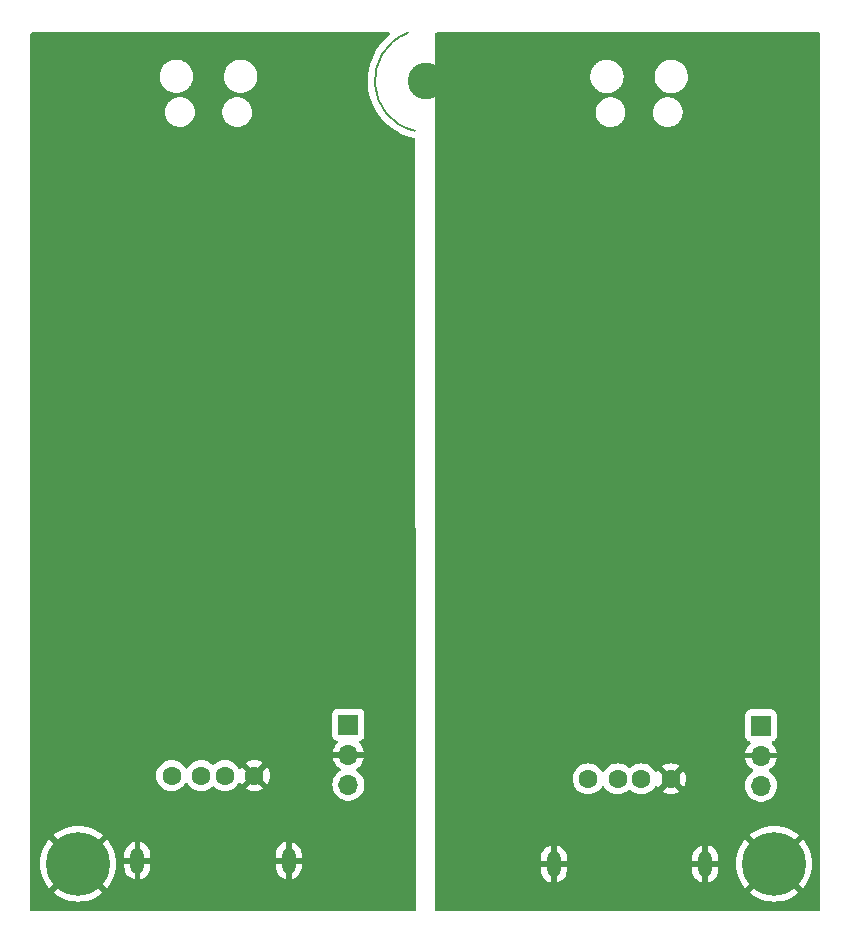
<source format=gbl>
G04 #@! TF.GenerationSoftware,KiCad,Pcbnew,7.0.10+1*
G04 #@! TF.CreationDate,2024-02-25T17:50:53-05:00*
G04 #@! TF.ProjectId,DeskHop_JLCPCB,4465736b-486f-4705-9f4a-4c435043422e,rev?*
G04 #@! TF.SameCoordinates,Original*
G04 #@! TF.FileFunction,Copper,L2,Bot*
G04 #@! TF.FilePolarity,Positive*
%FSLAX46Y46*%
G04 Gerber Fmt 4.6, Leading zero omitted, Abs format (unit mm)*
G04 Created by KiCad (PCBNEW 7.0.10+1) date 2024-02-25 17:50:53*
%MOMM*%
%LPD*%
G01*
G04 APERTURE LIST*
G04 #@! TA.AperFunction,NonConductor*
%ADD10C,0.200000*%
G04 #@! TD*
G04 #@! TA.AperFunction,ComponentPad*
%ADD11C,3.100000*%
G04 #@! TD*
G04 #@! TA.AperFunction,ComponentPad*
%ADD12C,1.600000*%
G04 #@! TD*
G04 #@! TA.AperFunction,ComponentPad*
%ADD13O,1.200000X2.200000*%
G04 #@! TD*
G04 #@! TA.AperFunction,ComponentPad*
%ADD14R,1.700000X1.700000*%
G04 #@! TD*
G04 #@! TA.AperFunction,ComponentPad*
%ADD15O,1.700000X1.700000*%
G04 #@! TD*
G04 #@! TA.AperFunction,ConnectorPad*
%ADD16C,5.400000*%
G04 #@! TD*
G04 APERTURE END LIST*
D10*
X65786000Y-41148001D02*
G75*
G03*
X66360432Y-49447208I1524000J-4063999D01*
G01*
D11*
X67310000Y-45212000D03*
D12*
X45773500Y-104033500D03*
X48273500Y-104033500D03*
X50273500Y-104033500D03*
X52773500Y-104033500D03*
D13*
X55673500Y-111233500D03*
X42873500Y-111233500D03*
D14*
X95667537Y-99795757D03*
D15*
X95667537Y-102335757D03*
X95667537Y-104875757D03*
D11*
X96774000Y-111506000D03*
D16*
X96774000Y-111506000D03*
D12*
X81032000Y-104306000D03*
X83532000Y-104306000D03*
X85532000Y-104306000D03*
X88032000Y-104306000D03*
D13*
X90932000Y-111506000D03*
X78132000Y-111506000D03*
D11*
X37846000Y-111506000D03*
D16*
X37846000Y-111506000D03*
D14*
X60731042Y-99717876D03*
D15*
X60731042Y-102257876D03*
X60731042Y-104797876D03*
G04 #@! TA.AperFunction,Conductor*
G36*
X64221287Y-41130309D02*
G01*
X64267042Y-41183113D01*
X64276986Y-41252271D01*
X64247961Y-41315827D01*
X64235286Y-41328478D01*
X64038835Y-41498082D01*
X63910366Y-41608993D01*
X63605703Y-41923025D01*
X63329938Y-42262715D01*
X63085226Y-42625411D01*
X63085213Y-42625431D01*
X62873469Y-43008285D01*
X62873460Y-43008304D01*
X62696319Y-43408360D01*
X62696318Y-43408364D01*
X62570187Y-43778430D01*
X62555163Y-43822509D01*
X62523904Y-43950171D01*
X62451103Y-44247485D01*
X62451099Y-44247505D01*
X62384949Y-44679980D01*
X62384948Y-44679990D01*
X62374857Y-44838880D01*
X62357254Y-45116064D01*
X62357216Y-45116660D01*
X62357215Y-45116674D01*
X62368121Y-45554036D01*
X62368123Y-45554072D01*
X62417578Y-45988767D01*
X62417579Y-45988773D01*
X62417580Y-45988780D01*
X62417581Y-45988785D01*
X62466224Y-46226748D01*
X62505207Y-46417457D01*
X62630317Y-46836725D01*
X62791935Y-47243319D01*
X62988800Y-47634064D01*
X63219374Y-48005912D01*
X63481867Y-48355973D01*
X63774211Y-48681490D01*
X63774214Y-48681492D01*
X63774216Y-48681495D01*
X64094153Y-48979956D01*
X64094157Y-48979959D01*
X64094158Y-48979960D01*
X64101262Y-48985500D01*
X64439177Y-49249021D01*
X64806598Y-49486592D01*
X65193548Y-49690816D01*
X65597009Y-49860099D01*
X65597015Y-49860101D01*
X65597025Y-49860105D01*
X66013819Y-49993116D01*
X66013835Y-49993121D01*
X66227306Y-50040967D01*
X66299402Y-50057131D01*
X66299404Y-50057130D01*
X66299998Y-50057264D01*
X66361107Y-50091138D01*
X66394201Y-50152673D01*
X66396870Y-50178222D01*
X66416808Y-115416837D01*
X66397144Y-115483883D01*
X66344354Y-115529654D01*
X66292808Y-115540875D01*
X33922903Y-115540875D01*
X33855864Y-115521190D01*
X33810109Y-115468386D01*
X33798903Y-115416875D01*
X33798903Y-111506000D01*
X34640958Y-111506000D01*
X34661110Y-111864846D01*
X34661112Y-111864858D01*
X34721314Y-112219185D01*
X34721316Y-112219194D01*
X34820812Y-112564552D01*
X34958353Y-112896609D01*
X34958355Y-112896613D01*
X35132215Y-113211189D01*
X35132218Y-113211194D01*
X35340193Y-113504306D01*
X35412844Y-113585601D01*
X36731073Y-112267372D01*
X36807890Y-112377078D01*
X36974922Y-112544110D01*
X37084626Y-112620925D01*
X35766397Y-113939154D01*
X35847693Y-114011806D01*
X36140805Y-114219781D01*
X36140810Y-114219784D01*
X36455386Y-114393644D01*
X36455390Y-114393646D01*
X36787447Y-114531187D01*
X37132805Y-114630683D01*
X37132814Y-114630685D01*
X37487141Y-114690887D01*
X37487153Y-114690889D01*
X37846000Y-114711041D01*
X38204846Y-114690889D01*
X38204858Y-114690887D01*
X38559185Y-114630685D01*
X38559194Y-114630683D01*
X38904552Y-114531187D01*
X39236609Y-114393646D01*
X39236613Y-114393644D01*
X39551189Y-114219784D01*
X39551194Y-114219781D01*
X39844299Y-114011811D01*
X39844322Y-114011793D01*
X39925602Y-113939155D01*
X39925602Y-113939154D01*
X38607373Y-112620925D01*
X38717078Y-112544110D01*
X38884110Y-112377078D01*
X38960926Y-112267373D01*
X40279154Y-113585602D01*
X40279155Y-113585602D01*
X40351793Y-113504322D01*
X40351811Y-113504299D01*
X40559781Y-113211194D01*
X40559784Y-113211189D01*
X40733644Y-112896613D01*
X40733646Y-112896609D01*
X40871187Y-112564552D01*
X40970683Y-112219194D01*
X40970685Y-112219185D01*
X41030887Y-111864858D01*
X41030889Y-111864846D01*
X41035323Y-111785898D01*
X41773500Y-111785898D01*
X41788465Y-111942622D01*
X41788466Y-111942626D01*
X41847649Y-112144186D01*
X41943913Y-112330914D01*
X42073768Y-112496037D01*
X42073771Y-112496040D01*
X42232530Y-112633605D01*
X42232541Y-112633614D01*
X42414460Y-112738644D01*
X42414467Y-112738647D01*
X42612987Y-112807356D01*
X42623500Y-112808867D01*
X42623500Y-112049183D01*
X42635456Y-112061139D01*
X42748353Y-112118663D01*
X42873500Y-112138484D01*
X42998647Y-112118663D01*
X43111544Y-112061139D01*
X43123500Y-112049183D01*
X43123500Y-112804757D01*
X43234909Y-112777729D01*
X43426007Y-112690459D01*
X43597119Y-112568610D01*
X43597125Y-112568604D01*
X43742092Y-112416567D01*
X43855666Y-112239842D01*
X43933744Y-112044814D01*
X43973500Y-111838537D01*
X43973500Y-111785898D01*
X54573500Y-111785898D01*
X54588465Y-111942622D01*
X54588466Y-111942626D01*
X54647649Y-112144186D01*
X54743913Y-112330914D01*
X54873768Y-112496037D01*
X54873771Y-112496040D01*
X55032530Y-112633605D01*
X55032541Y-112633614D01*
X55214460Y-112738644D01*
X55214467Y-112738647D01*
X55412987Y-112807356D01*
X55423500Y-112808867D01*
X55423500Y-112049183D01*
X55435456Y-112061139D01*
X55548353Y-112118663D01*
X55673500Y-112138484D01*
X55798647Y-112118663D01*
X55911544Y-112061139D01*
X55923500Y-112049183D01*
X55923500Y-112804757D01*
X56034909Y-112777729D01*
X56226007Y-112690459D01*
X56397119Y-112568610D01*
X56397125Y-112568604D01*
X56542092Y-112416567D01*
X56655666Y-112239842D01*
X56733744Y-112044814D01*
X56773500Y-111838537D01*
X56773500Y-111483500D01*
X56073499Y-111483500D01*
X56073499Y-110983500D01*
X56773500Y-110983500D01*
X56773500Y-110681101D01*
X56758534Y-110524377D01*
X56758533Y-110524373D01*
X56699350Y-110322813D01*
X56603086Y-110136085D01*
X56473231Y-109970962D01*
X56473228Y-109970959D01*
X56314469Y-109833394D01*
X56314458Y-109833385D01*
X56132539Y-109728355D01*
X56132532Y-109728352D01*
X55934016Y-109659644D01*
X55923500Y-109658132D01*
X55923500Y-110417817D01*
X55911544Y-110405861D01*
X55798647Y-110348337D01*
X55673500Y-110328516D01*
X55548353Y-110348337D01*
X55435456Y-110405861D01*
X55423500Y-110417817D01*
X55423500Y-109662240D01*
X55423499Y-109662240D01*
X55312094Y-109689268D01*
X55312082Y-109689272D01*
X55120997Y-109776537D01*
X55120996Y-109776538D01*
X54949880Y-109898389D01*
X54949874Y-109898395D01*
X54804907Y-110050432D01*
X54691333Y-110227157D01*
X54613255Y-110422185D01*
X54573500Y-110628462D01*
X54573500Y-110983500D01*
X55273501Y-110983500D01*
X55273501Y-111483500D01*
X54573500Y-111483500D01*
X54573500Y-111785898D01*
X43973500Y-111785898D01*
X43973500Y-111483500D01*
X43273499Y-111483500D01*
X43273499Y-110983500D01*
X43973500Y-110983500D01*
X43973500Y-110681101D01*
X43958534Y-110524377D01*
X43958533Y-110524373D01*
X43899350Y-110322813D01*
X43803086Y-110136085D01*
X43673231Y-109970962D01*
X43673228Y-109970959D01*
X43514469Y-109833394D01*
X43514458Y-109833385D01*
X43332539Y-109728355D01*
X43332532Y-109728352D01*
X43134016Y-109659644D01*
X43123500Y-109658132D01*
X43123500Y-110417817D01*
X43111544Y-110405861D01*
X42998647Y-110348337D01*
X42873500Y-110328516D01*
X42748353Y-110348337D01*
X42635456Y-110405861D01*
X42623500Y-110417817D01*
X42623500Y-109662240D01*
X42623499Y-109662240D01*
X42512094Y-109689268D01*
X42512082Y-109689272D01*
X42320997Y-109776537D01*
X42320996Y-109776538D01*
X42149880Y-109898389D01*
X42149874Y-109898395D01*
X42004907Y-110050432D01*
X41891333Y-110227157D01*
X41813255Y-110422185D01*
X41773500Y-110628462D01*
X41773500Y-110983500D01*
X42473501Y-110983500D01*
X42473501Y-111483500D01*
X41773500Y-111483500D01*
X41773500Y-111785898D01*
X41035323Y-111785898D01*
X41051041Y-111506000D01*
X41030889Y-111147153D01*
X41030887Y-111147141D01*
X40970685Y-110792814D01*
X40970683Y-110792805D01*
X40871187Y-110447447D01*
X40733646Y-110115390D01*
X40733644Y-110115386D01*
X40559784Y-109800810D01*
X40559781Y-109800805D01*
X40351806Y-109507693D01*
X40279154Y-109426397D01*
X38960925Y-110744626D01*
X38884110Y-110634922D01*
X38717078Y-110467890D01*
X38607373Y-110391073D01*
X39925601Y-109072844D01*
X39925602Y-109072844D01*
X39844306Y-109000193D01*
X39551194Y-108792218D01*
X39551189Y-108792215D01*
X39236613Y-108618355D01*
X39236609Y-108618353D01*
X38904552Y-108480812D01*
X38559194Y-108381316D01*
X38559185Y-108381314D01*
X38204858Y-108321112D01*
X38204846Y-108321110D01*
X37846000Y-108300958D01*
X37487153Y-108321110D01*
X37487141Y-108321112D01*
X37132814Y-108381314D01*
X37132805Y-108381316D01*
X36787447Y-108480812D01*
X36455390Y-108618353D01*
X36455386Y-108618355D01*
X36140810Y-108792215D01*
X36140805Y-108792218D01*
X35847693Y-109000193D01*
X35766397Y-109072844D01*
X37084626Y-110391073D01*
X36974922Y-110467890D01*
X36807890Y-110634922D01*
X36731073Y-110744626D01*
X35412844Y-109426397D01*
X35340193Y-109507693D01*
X35132218Y-109800805D01*
X35132215Y-109800810D01*
X34958355Y-110115386D01*
X34958353Y-110115390D01*
X34820812Y-110447447D01*
X34721316Y-110792805D01*
X34721314Y-110792814D01*
X34661112Y-111147141D01*
X34661110Y-111147153D01*
X34640958Y-111506000D01*
X33798903Y-111506000D01*
X33798903Y-104033501D01*
X44460002Y-104033501D01*
X44479956Y-104261581D01*
X44479957Y-104261589D01*
X44539214Y-104482738D01*
X44539218Y-104482749D01*
X44602498Y-104618453D01*
X44635977Y-104690249D01*
X44767302Y-104877800D01*
X44929200Y-105039698D01*
X45116751Y-105171023D01*
X45241591Y-105229236D01*
X45324250Y-105267781D01*
X45324252Y-105267781D01*
X45324257Y-105267784D01*
X45545413Y-105327043D01*
X45708332Y-105341296D01*
X45773498Y-105346998D01*
X45773500Y-105346998D01*
X45773502Y-105346998D01*
X45830521Y-105342009D01*
X46001587Y-105327043D01*
X46222743Y-105267784D01*
X46430249Y-105171023D01*
X46617800Y-105039698D01*
X46779698Y-104877800D01*
X46911023Y-104690249D01*
X46911116Y-104690048D01*
X46911180Y-104689975D01*
X46913728Y-104685563D01*
X46914614Y-104686074D01*
X46957285Y-104637608D01*
X47024478Y-104618453D01*
X47091360Y-104638665D01*
X47132422Y-104686053D01*
X47133272Y-104685563D01*
X47135817Y-104689971D01*
X47135883Y-104690047D01*
X47135977Y-104690249D01*
X47267302Y-104877800D01*
X47429200Y-105039698D01*
X47616751Y-105171023D01*
X47741591Y-105229236D01*
X47824250Y-105267781D01*
X47824252Y-105267781D01*
X47824257Y-105267784D01*
X48045413Y-105327043D01*
X48208332Y-105341296D01*
X48273498Y-105346998D01*
X48273500Y-105346998D01*
X48273502Y-105346998D01*
X48330521Y-105342009D01*
X48501587Y-105327043D01*
X48722743Y-105267784D01*
X48930249Y-105171023D01*
X49117800Y-105039698D01*
X49185819Y-104971679D01*
X49247142Y-104938194D01*
X49316834Y-104943178D01*
X49361181Y-104971679D01*
X49429200Y-105039698D01*
X49616751Y-105171023D01*
X49741591Y-105229236D01*
X49824250Y-105267781D01*
X49824252Y-105267781D01*
X49824257Y-105267784D01*
X50045413Y-105327043D01*
X50208332Y-105341296D01*
X50273498Y-105346998D01*
X50273500Y-105346998D01*
X50273502Y-105346998D01*
X50330521Y-105342009D01*
X50501587Y-105327043D01*
X50722743Y-105267784D01*
X50930249Y-105171023D01*
X51117800Y-105039698D01*
X51279698Y-104877800D01*
X51411023Y-104690249D01*
X51415805Y-104679993D01*
X51461972Y-104627554D01*
X51529165Y-104608398D01*
X51596047Y-104628610D01*
X51640567Y-104679983D01*
X51643362Y-104685977D01*
X51643363Y-104685978D01*
X51694474Y-104758972D01*
X52247560Y-104205886D01*
X52250373Y-104219419D01*
X52319932Y-104353663D01*
X52423131Y-104464162D01*
X52552314Y-104542720D01*
X52603492Y-104557059D01*
X52048026Y-105112525D01*
X52121013Y-105163632D01*
X52121021Y-105163636D01*
X52327168Y-105259764D01*
X52327182Y-105259769D01*
X52546889Y-105318639D01*
X52546900Y-105318641D01*
X52773498Y-105338466D01*
X52773502Y-105338466D01*
X53000099Y-105318641D01*
X53000110Y-105318639D01*
X53219817Y-105259769D01*
X53219831Y-105259764D01*
X53425978Y-105163636D01*
X53498971Y-105112524D01*
X53184328Y-104797881D01*
X59367886Y-104797881D01*
X59386476Y-105022235D01*
X59386478Y-105022247D01*
X59441745Y-105240490D01*
X59532182Y-105446668D01*
X59655318Y-105635141D01*
X59655326Y-105635152D01*
X59807798Y-105800778D01*
X59807802Y-105800782D01*
X59985466Y-105939065D01*
X59985467Y-105939065D01*
X59985469Y-105939067D01*
X60112177Y-106007637D01*
X60183468Y-106046218D01*
X60396407Y-106119320D01*
X60618473Y-106156376D01*
X60843611Y-106156376D01*
X61065677Y-106119320D01*
X61278616Y-106046218D01*
X61476618Y-105939065D01*
X61654282Y-105800782D01*
X61806764Y-105635144D01*
X61929902Y-105446667D01*
X62020338Y-105240492D01*
X62075606Y-105022244D01*
X62087575Y-104877804D01*
X62094198Y-104797881D01*
X62094198Y-104797870D01*
X62075607Y-104573516D01*
X62075605Y-104573504D01*
X62020338Y-104355261D01*
X61991238Y-104288920D01*
X61929902Y-104149085D01*
X61806764Y-103960608D01*
X61806761Y-103960605D01*
X61806757Y-103960599D01*
X61654285Y-103794973D01*
X61654280Y-103794968D01*
X61476619Y-103656688D01*
X61476619Y-103656687D01*
X61433345Y-103633269D01*
X61383755Y-103584049D01*
X61368647Y-103515833D01*
X61392817Y-103450277D01*
X61421240Y-103422639D01*
X61602121Y-103295984D01*
X61769147Y-103128958D01*
X61904642Y-102935454D01*
X62004471Y-102721368D01*
X62004474Y-102721362D01*
X62061678Y-102507876D01*
X61164728Y-102507876D01*
X61190535Y-102467720D01*
X61231042Y-102329765D01*
X61231042Y-102185987D01*
X61190535Y-102048032D01*
X61164728Y-102007876D01*
X62061678Y-102007876D01*
X62061677Y-102007875D01*
X62004474Y-101794389D01*
X62004471Y-101794383D01*
X61904642Y-101580298D01*
X61904641Y-101580296D01*
X61769155Y-101386802D01*
X61769150Y-101386796D01*
X61653314Y-101270960D01*
X61619829Y-101209637D01*
X61624813Y-101139945D01*
X61666685Y-101084012D01*
X61697654Y-101067100D01*
X61827246Y-101018765D01*
X61944303Y-100931137D01*
X62031931Y-100814080D01*
X62083031Y-100677077D01*
X62086633Y-100643568D01*
X62089541Y-100616530D01*
X62089542Y-100616513D01*
X62089542Y-98819238D01*
X62089541Y-98819221D01*
X62086199Y-98788146D01*
X62083031Y-98758675D01*
X62031931Y-98621672D01*
X61944303Y-98504615D01*
X61827246Y-98416987D01*
X61690245Y-98365887D01*
X61629696Y-98359376D01*
X61629680Y-98359376D01*
X59832404Y-98359376D01*
X59832387Y-98359376D01*
X59771839Y-98365887D01*
X59771837Y-98365887D01*
X59634837Y-98416987D01*
X59517781Y-98504615D01*
X59430153Y-98621671D01*
X59379053Y-98758671D01*
X59379053Y-98758673D01*
X59372542Y-98819221D01*
X59372542Y-100616530D01*
X59379053Y-100677078D01*
X59379053Y-100677080D01*
X59430153Y-100814080D01*
X59517781Y-100931137D01*
X59634838Y-101018765D01*
X59764424Y-101067098D01*
X59820355Y-101108969D01*
X59844772Y-101174433D01*
X59829920Y-101242706D01*
X59808770Y-101270960D01*
X59692928Y-101386802D01*
X59557442Y-101580296D01*
X59557441Y-101580298D01*
X59457612Y-101794383D01*
X59457609Y-101794389D01*
X59400406Y-102007875D01*
X59400406Y-102007876D01*
X60297356Y-102007876D01*
X60271549Y-102048032D01*
X60231042Y-102185987D01*
X60231042Y-102329765D01*
X60271549Y-102467720D01*
X60297356Y-102507876D01*
X59400406Y-102507876D01*
X59457609Y-102721362D01*
X59457612Y-102721368D01*
X59557441Y-102935454D01*
X59692936Y-103128958D01*
X59859959Y-103295981D01*
X60040844Y-103422639D01*
X60084469Y-103477216D01*
X60091661Y-103546715D01*
X60060139Y-103609069D01*
X60028739Y-103633268D01*
X59985469Y-103656685D01*
X59985464Y-103656688D01*
X59807803Y-103794968D01*
X59807798Y-103794973D01*
X59655326Y-103960599D01*
X59655318Y-103960610D01*
X59532182Y-104149083D01*
X59441745Y-104355261D01*
X59386478Y-104573504D01*
X59386476Y-104573516D01*
X59367886Y-104797870D01*
X59367886Y-104797881D01*
X53184328Y-104797881D01*
X52945077Y-104558630D01*
X53061964Y-104507859D01*
X53179248Y-104412442D01*
X53266439Y-104288920D01*
X53296864Y-104203311D01*
X53852524Y-104758971D01*
X53903636Y-104685978D01*
X53999764Y-104479831D01*
X53999769Y-104479817D01*
X54058639Y-104260110D01*
X54058641Y-104260099D01*
X54078466Y-104033502D01*
X54078466Y-104033497D01*
X54058641Y-103806900D01*
X54058639Y-103806889D01*
X53999769Y-103587182D01*
X53999764Y-103587168D01*
X53903636Y-103381021D01*
X53903632Y-103381013D01*
X53852525Y-103308026D01*
X53299438Y-103861112D01*
X53296627Y-103847581D01*
X53227068Y-103713337D01*
X53123869Y-103602838D01*
X52994686Y-103524280D01*
X52943507Y-103509940D01*
X53498972Y-102954474D01*
X53425978Y-102903363D01*
X53219831Y-102807235D01*
X53219817Y-102807230D01*
X53000110Y-102748360D01*
X53000099Y-102748358D01*
X52773502Y-102728534D01*
X52773498Y-102728534D01*
X52546900Y-102748358D01*
X52546889Y-102748360D01*
X52327182Y-102807230D01*
X52327173Y-102807234D01*
X52121016Y-102903366D01*
X52121012Y-102903368D01*
X52048026Y-102954473D01*
X52048026Y-102954474D01*
X52601922Y-103508369D01*
X52485036Y-103559141D01*
X52367752Y-103654558D01*
X52280561Y-103778080D01*
X52250135Y-103863687D01*
X51694474Y-103308026D01*
X51694473Y-103308026D01*
X51643368Y-103381012D01*
X51643365Y-103381018D01*
X51640570Y-103387013D01*
X51594397Y-103439451D01*
X51527203Y-103458602D01*
X51460322Y-103438385D01*
X51415807Y-103387011D01*
X51411023Y-103376751D01*
X51279698Y-103189200D01*
X51117800Y-103027302D01*
X50930249Y-102895977D01*
X50930245Y-102895975D01*
X50722749Y-102799218D01*
X50722738Y-102799214D01*
X50501589Y-102739957D01*
X50501581Y-102739956D01*
X50273502Y-102720002D01*
X50273498Y-102720002D01*
X50045418Y-102739956D01*
X50045410Y-102739957D01*
X49824261Y-102799214D01*
X49824250Y-102799218D01*
X49616754Y-102895975D01*
X49616752Y-102895976D01*
X49560372Y-102935454D01*
X49429200Y-103027302D01*
X49429198Y-103027303D01*
X49429195Y-103027306D01*
X49361181Y-103095321D01*
X49299858Y-103128806D01*
X49230166Y-103123822D01*
X49185819Y-103095321D01*
X49117804Y-103027306D01*
X49117800Y-103027302D01*
X48930249Y-102895977D01*
X48930245Y-102895975D01*
X48722749Y-102799218D01*
X48722738Y-102799214D01*
X48501589Y-102739957D01*
X48501581Y-102739956D01*
X48273502Y-102720002D01*
X48273498Y-102720002D01*
X48045418Y-102739956D01*
X48045410Y-102739957D01*
X47824261Y-102799214D01*
X47824250Y-102799218D01*
X47616754Y-102895975D01*
X47616752Y-102895976D01*
X47560372Y-102935454D01*
X47429200Y-103027302D01*
X47429198Y-103027303D01*
X47429195Y-103027306D01*
X47267306Y-103189195D01*
X47135977Y-103376750D01*
X47135931Y-103376847D01*
X47135879Y-103376959D01*
X47135813Y-103377034D01*
X47133272Y-103381437D01*
X47132386Y-103380926D01*
X47089707Y-103429396D01*
X47022513Y-103448546D01*
X46955632Y-103428328D01*
X46914575Y-103380947D01*
X46913728Y-103381437D01*
X46911188Y-103377038D01*
X46911120Y-103376959D01*
X46911023Y-103376751D01*
X46779698Y-103189200D01*
X46617800Y-103027302D01*
X46430249Y-102895977D01*
X46430245Y-102895975D01*
X46222749Y-102799218D01*
X46222738Y-102799214D01*
X46001589Y-102739957D01*
X46001581Y-102739956D01*
X45773502Y-102720002D01*
X45773498Y-102720002D01*
X45545418Y-102739956D01*
X45545410Y-102739957D01*
X45324261Y-102799214D01*
X45324250Y-102799218D01*
X45116754Y-102895975D01*
X45116752Y-102895976D01*
X45060372Y-102935454D01*
X44929200Y-103027302D01*
X44929198Y-103027303D01*
X44929195Y-103027306D01*
X44767306Y-103189195D01*
X44635976Y-103376752D01*
X44635975Y-103376754D01*
X44539218Y-103584250D01*
X44539214Y-103584261D01*
X44479957Y-103805410D01*
X44479956Y-103805418D01*
X44460002Y-104033498D01*
X44460002Y-104033501D01*
X33798903Y-104033501D01*
X33798903Y-47848245D01*
X45197216Y-47848245D01*
X45198839Y-47866808D01*
X45199185Y-47883170D01*
X45198207Y-47904936D01*
X45198208Y-47904939D01*
X45209017Y-47984740D01*
X45209667Y-47990576D01*
X45216408Y-48067620D01*
X45216408Y-48067621D01*
X45222124Y-48088954D01*
X45225225Y-48104391D01*
X45228617Y-48129423D01*
X45228619Y-48129432D01*
X45252434Y-48202729D01*
X45254277Y-48208951D01*
X45273400Y-48280314D01*
X45273404Y-48280327D01*
X45284198Y-48303476D01*
X45289744Y-48317556D01*
X45298618Y-48344864D01*
X45298620Y-48344870D01*
X45307628Y-48361609D01*
X45333503Y-48409694D01*
X45336690Y-48416047D01*
X45366465Y-48479900D01*
X45383103Y-48503662D01*
X45390717Y-48516017D01*
X45405967Y-48544355D01*
X45405968Y-48544357D01*
X45449715Y-48599213D01*
X45454342Y-48605401D01*
X45466714Y-48623069D01*
X45492774Y-48660287D01*
X45492776Y-48660289D01*
X45515722Y-48683235D01*
X45524988Y-48693603D01*
X45547209Y-48721467D01*
X45586107Y-48755451D01*
X45597458Y-48765368D01*
X45603556Y-48771069D01*
X45648478Y-48815992D01*
X45648481Y-48815994D01*
X45648485Y-48815998D01*
X45677913Y-48836603D01*
X45688360Y-48844786D01*
X45717805Y-48870512D01*
X45772130Y-48902969D01*
X45779646Y-48907838D01*
X45822399Y-48937775D01*
X45828869Y-48942305D01*
X45864565Y-48958950D01*
X45875740Y-48964874D01*
X45912273Y-48986702D01*
X45968285Y-49007723D01*
X45977121Y-49011435D01*
X46028447Y-49035369D01*
X46069823Y-49046455D01*
X46081286Y-49050133D01*
X46112223Y-49061744D01*
X46124362Y-49066300D01*
X46179832Y-49076366D01*
X46189754Y-49078591D01*
X46241152Y-49092364D01*
X46287268Y-49096398D01*
X46298592Y-49097917D01*
X46332579Y-49104085D01*
X46347255Y-49106749D01*
X46347256Y-49106749D01*
X46400165Y-49106749D01*
X46410972Y-49107221D01*
X46460521Y-49111556D01*
X46460522Y-49111556D01*
X46460522Y-49111555D01*
X46460523Y-49111556D01*
X46511224Y-49107120D01*
X46516450Y-49106775D01*
X46517027Y-49106749D01*
X46517045Y-49106749D01*
X46570947Y-49101897D01*
X46571914Y-49101810D01*
X46571921Y-49101897D01*
X46572221Y-49101783D01*
X46679894Y-49092364D01*
X46679894Y-49092363D01*
X46681859Y-49092192D01*
X46684226Y-49091877D01*
X46686136Y-49091530D01*
X46686145Y-49091530D01*
X46790479Y-49062734D01*
X46791227Y-49062531D01*
X46892599Y-49035369D01*
X46892610Y-49035363D01*
X46897216Y-49033687D01*
X46902862Y-49031883D01*
X46904509Y-49031264D01*
X46904516Y-49031263D01*
X46998863Y-48985826D01*
X47000161Y-48985211D01*
X47092177Y-48942305D01*
X47092187Y-48942297D01*
X47096873Y-48939594D01*
X47096944Y-48939717D01*
X47107729Y-48933401D01*
X47108616Y-48932974D01*
X47108623Y-48932969D01*
X47190509Y-48873475D01*
X47192211Y-48872259D01*
X47272561Y-48815998D01*
X47273474Y-48815084D01*
X47288275Y-48802442D01*
X47291886Y-48799820D01*
X47359489Y-48729111D01*
X47361392Y-48727166D01*
X47428269Y-48660290D01*
X47428269Y-48660289D01*
X47428272Y-48660287D01*
X47430999Y-48656391D01*
X47442951Y-48641817D01*
X47448435Y-48636083D01*
X47500434Y-48557305D01*
X47502273Y-48554601D01*
X47554579Y-48479903D01*
X47558061Y-48472434D01*
X47566959Y-48456525D01*
X47568422Y-48454310D01*
X47573232Y-48447023D01*
X47608962Y-48363426D01*
X47610590Y-48359783D01*
X47612369Y-48355968D01*
X47647643Y-48280325D01*
X47650668Y-48269031D01*
X47656419Y-48252396D01*
X47662266Y-48238719D01*
X47681722Y-48153472D01*
X47682828Y-48149009D01*
X47704638Y-48067620D01*
X47705959Y-48052508D01*
X47708596Y-48035728D01*
X47712674Y-48017864D01*
X47716443Y-47933935D01*
X47716783Y-47928788D01*
X47723830Y-47848249D01*
X47723830Y-47848245D01*
X50047216Y-47848245D01*
X50048839Y-47866808D01*
X50049185Y-47883170D01*
X50048207Y-47904936D01*
X50048208Y-47904939D01*
X50059017Y-47984740D01*
X50059667Y-47990576D01*
X50066408Y-48067620D01*
X50066408Y-48067621D01*
X50072124Y-48088954D01*
X50075225Y-48104391D01*
X50078617Y-48129423D01*
X50078619Y-48129432D01*
X50102434Y-48202729D01*
X50104277Y-48208951D01*
X50123400Y-48280314D01*
X50123404Y-48280327D01*
X50134198Y-48303476D01*
X50139744Y-48317556D01*
X50148618Y-48344864D01*
X50148620Y-48344870D01*
X50157628Y-48361609D01*
X50183503Y-48409694D01*
X50186690Y-48416047D01*
X50216465Y-48479900D01*
X50233103Y-48503662D01*
X50240717Y-48516017D01*
X50255967Y-48544355D01*
X50255968Y-48544357D01*
X50299715Y-48599213D01*
X50304342Y-48605401D01*
X50316714Y-48623069D01*
X50342774Y-48660287D01*
X50342776Y-48660289D01*
X50365722Y-48683235D01*
X50374988Y-48693603D01*
X50397209Y-48721467D01*
X50436107Y-48755451D01*
X50447458Y-48765368D01*
X50453556Y-48771069D01*
X50498478Y-48815992D01*
X50498481Y-48815994D01*
X50498485Y-48815998D01*
X50527913Y-48836603D01*
X50538360Y-48844786D01*
X50567805Y-48870512D01*
X50622130Y-48902969D01*
X50629646Y-48907838D01*
X50672399Y-48937775D01*
X50678869Y-48942305D01*
X50714565Y-48958950D01*
X50725740Y-48964874D01*
X50762273Y-48986702D01*
X50818285Y-49007723D01*
X50827121Y-49011435D01*
X50878447Y-49035369D01*
X50919823Y-49046455D01*
X50931286Y-49050133D01*
X50962223Y-49061744D01*
X50974362Y-49066300D01*
X51029832Y-49076366D01*
X51039754Y-49078591D01*
X51091152Y-49092364D01*
X51137268Y-49096398D01*
X51148592Y-49097917D01*
X51182579Y-49104085D01*
X51197255Y-49106749D01*
X51197256Y-49106749D01*
X51250165Y-49106749D01*
X51260972Y-49107221D01*
X51310521Y-49111556D01*
X51310522Y-49111556D01*
X51310522Y-49111555D01*
X51310523Y-49111556D01*
X51361224Y-49107120D01*
X51366450Y-49106775D01*
X51367027Y-49106749D01*
X51367045Y-49106749D01*
X51420947Y-49101897D01*
X51421914Y-49101810D01*
X51421921Y-49101897D01*
X51422221Y-49101783D01*
X51529894Y-49092364D01*
X51529894Y-49092363D01*
X51531859Y-49092192D01*
X51534226Y-49091877D01*
X51536136Y-49091530D01*
X51536145Y-49091530D01*
X51640479Y-49062734D01*
X51641227Y-49062531D01*
X51742599Y-49035369D01*
X51742610Y-49035363D01*
X51747216Y-49033687D01*
X51752862Y-49031883D01*
X51754509Y-49031264D01*
X51754516Y-49031263D01*
X51848863Y-48985826D01*
X51850161Y-48985211D01*
X51942177Y-48942305D01*
X51942187Y-48942297D01*
X51946873Y-48939594D01*
X51946944Y-48939717D01*
X51957729Y-48933401D01*
X51958616Y-48932974D01*
X51958623Y-48932969D01*
X52040509Y-48873475D01*
X52042211Y-48872259D01*
X52122561Y-48815998D01*
X52123474Y-48815084D01*
X52138275Y-48802442D01*
X52141886Y-48799820D01*
X52209489Y-48729111D01*
X52211392Y-48727166D01*
X52278269Y-48660290D01*
X52278269Y-48660289D01*
X52278272Y-48660287D01*
X52280999Y-48656391D01*
X52292951Y-48641817D01*
X52298435Y-48636083D01*
X52350434Y-48557305D01*
X52352273Y-48554601D01*
X52404579Y-48479903D01*
X52408061Y-48472434D01*
X52416959Y-48456525D01*
X52418422Y-48454310D01*
X52423232Y-48447023D01*
X52458962Y-48363426D01*
X52460590Y-48359783D01*
X52462369Y-48355968D01*
X52497643Y-48280325D01*
X52500668Y-48269031D01*
X52506419Y-48252396D01*
X52512266Y-48238719D01*
X52531722Y-48153472D01*
X52532828Y-48149009D01*
X52554638Y-48067620D01*
X52555959Y-48052508D01*
X52558596Y-48035728D01*
X52562674Y-48017864D01*
X52566443Y-47933935D01*
X52566783Y-47928788D01*
X52573830Y-47848249D01*
X52572206Y-47829696D01*
X52571860Y-47813327D01*
X52572838Y-47791558D01*
X52562024Y-47711737D01*
X52561376Y-47705910D01*
X52558990Y-47678635D01*
X52554638Y-47628878D01*
X52552466Y-47620772D01*
X52548921Y-47607540D01*
X52545818Y-47592095D01*
X52542429Y-47567074D01*
X52518604Y-47493751D01*
X52516768Y-47487549D01*
X52497646Y-47416182D01*
X52497642Y-47416172D01*
X52486846Y-47393018D01*
X52481297Y-47378931D01*
X52472426Y-47351628D01*
X52472423Y-47351624D01*
X52472422Y-47351619D01*
X52437533Y-47286785D01*
X52434357Y-47280457D01*
X52404579Y-47216596D01*
X52404578Y-47216595D01*
X52404577Y-47216592D01*
X52404576Y-47216591D01*
X52387944Y-47192839D01*
X52380324Y-47180473D01*
X52365078Y-47152141D01*
X52321322Y-47097272D01*
X52316694Y-47091083D01*
X52278273Y-47036212D01*
X52271220Y-47029159D01*
X52255314Y-47013253D01*
X52246055Y-47002892D01*
X52223835Y-46975029D01*
X52173586Y-46931127D01*
X52167490Y-46925428D01*
X52122563Y-46880501D01*
X52093137Y-46859897D01*
X52082683Y-46851709D01*
X52053241Y-46825986D01*
X51998924Y-46793533D01*
X51991412Y-46788667D01*
X51942179Y-46754194D01*
X51906495Y-46737554D01*
X51895303Y-46731621D01*
X51861320Y-46711318D01*
X51858773Y-46709796D01*
X51802750Y-46688770D01*
X51793935Y-46685067D01*
X51742599Y-46661129D01*
X51742595Y-46661127D01*
X51742588Y-46661125D01*
X51701227Y-46650042D01*
X51689754Y-46646362D01*
X51646682Y-46630197D01*
X51591226Y-46620133D01*
X51581277Y-46617901D01*
X51529895Y-46604134D01*
X51483781Y-46600099D01*
X51472451Y-46598579D01*
X51423790Y-46589749D01*
X51423789Y-46589749D01*
X51370881Y-46589749D01*
X51360074Y-46589277D01*
X51310525Y-46584942D01*
X51310520Y-46584942D01*
X51259857Y-46589374D01*
X51254637Y-46589720D01*
X51254013Y-46589748D01*
X51254002Y-46589749D01*
X51254001Y-46589749D01*
X51242158Y-46590814D01*
X51199151Y-46594685D01*
X51198845Y-46594712D01*
X51089269Y-46604298D01*
X51086735Y-46604635D01*
X51084894Y-46604969D01*
X50980741Y-46633714D01*
X50979848Y-46633957D01*
X50878439Y-46661131D01*
X50873774Y-46662828D01*
X50868178Y-46664615D01*
X50866533Y-46665233D01*
X50772205Y-46710658D01*
X50770811Y-46711318D01*
X50678876Y-46754189D01*
X50674181Y-46756900D01*
X50674110Y-46756778D01*
X50663347Y-46763082D01*
X50662431Y-46763523D01*
X50662426Y-46763525D01*
X50580500Y-46823047D01*
X50578742Y-46824301D01*
X50498483Y-46880501D01*
X50497550Y-46881434D01*
X50482787Y-46894042D01*
X50479164Y-46896674D01*
X50479153Y-46896684D01*
X50411577Y-46967361D01*
X50409635Y-46969347D01*
X50342775Y-47036208D01*
X50342769Y-47036216D01*
X50340029Y-47040129D01*
X50328104Y-47054668D01*
X50322612Y-47060412D01*
X50322605Y-47060421D01*
X50270631Y-47139158D01*
X50268726Y-47141960D01*
X50261597Y-47152143D01*
X50216465Y-47216599D01*
X50216464Y-47216601D01*
X50212985Y-47224061D01*
X50204099Y-47239951D01*
X50197815Y-47249471D01*
X50197814Y-47249472D01*
X50162089Y-47333056D01*
X50160450Y-47336725D01*
X50123403Y-47416171D01*
X50123403Y-47416172D01*
X50120375Y-47427471D01*
X50114625Y-47444103D01*
X50108782Y-47457774D01*
X50108779Y-47457782D01*
X50089330Y-47542996D01*
X50088214Y-47547496D01*
X50066409Y-47628872D01*
X50066407Y-47628880D01*
X50065086Y-47643985D01*
X50062451Y-47660759D01*
X50058372Y-47678635D01*
X50054603Y-47762523D01*
X50054256Y-47767762D01*
X50047216Y-47848244D01*
X50047216Y-47848245D01*
X47723830Y-47848245D01*
X47722206Y-47829696D01*
X47721860Y-47813327D01*
X47722838Y-47791558D01*
X47712024Y-47711737D01*
X47711376Y-47705910D01*
X47708990Y-47678635D01*
X47704638Y-47628878D01*
X47702466Y-47620772D01*
X47698921Y-47607540D01*
X47695818Y-47592095D01*
X47692429Y-47567074D01*
X47668604Y-47493751D01*
X47666768Y-47487549D01*
X47647646Y-47416182D01*
X47647642Y-47416172D01*
X47636846Y-47393018D01*
X47631297Y-47378931D01*
X47622426Y-47351628D01*
X47622423Y-47351624D01*
X47622422Y-47351619D01*
X47587533Y-47286785D01*
X47584357Y-47280457D01*
X47554579Y-47216596D01*
X47554578Y-47216595D01*
X47554577Y-47216592D01*
X47554576Y-47216591D01*
X47537944Y-47192839D01*
X47530324Y-47180473D01*
X47515078Y-47152141D01*
X47471322Y-47097272D01*
X47466694Y-47091083D01*
X47428273Y-47036212D01*
X47421220Y-47029159D01*
X47405314Y-47013253D01*
X47396055Y-47002892D01*
X47373835Y-46975029D01*
X47323586Y-46931127D01*
X47317490Y-46925428D01*
X47272563Y-46880501D01*
X47243137Y-46859897D01*
X47232683Y-46851709D01*
X47203241Y-46825986D01*
X47148924Y-46793533D01*
X47141412Y-46788667D01*
X47092179Y-46754194D01*
X47056495Y-46737554D01*
X47045303Y-46731621D01*
X47011320Y-46711318D01*
X47008773Y-46709796D01*
X46952750Y-46688770D01*
X46943935Y-46685067D01*
X46892599Y-46661129D01*
X46892595Y-46661127D01*
X46892588Y-46661125D01*
X46851227Y-46650042D01*
X46839754Y-46646362D01*
X46796682Y-46630197D01*
X46741226Y-46620133D01*
X46731277Y-46617901D01*
X46679895Y-46604134D01*
X46633781Y-46600099D01*
X46622451Y-46598579D01*
X46573790Y-46589749D01*
X46573789Y-46589749D01*
X46520881Y-46589749D01*
X46510074Y-46589277D01*
X46460525Y-46584942D01*
X46460520Y-46584942D01*
X46409857Y-46589374D01*
X46404637Y-46589720D01*
X46404013Y-46589748D01*
X46404002Y-46589749D01*
X46404001Y-46589749D01*
X46392158Y-46590814D01*
X46349151Y-46594685D01*
X46348845Y-46594712D01*
X46239269Y-46604298D01*
X46236735Y-46604635D01*
X46234894Y-46604969D01*
X46130741Y-46633714D01*
X46129848Y-46633957D01*
X46028439Y-46661131D01*
X46023774Y-46662828D01*
X46018178Y-46664615D01*
X46016533Y-46665233D01*
X45922205Y-46710658D01*
X45920811Y-46711318D01*
X45828876Y-46754189D01*
X45824181Y-46756900D01*
X45824110Y-46756778D01*
X45813347Y-46763082D01*
X45812431Y-46763523D01*
X45812426Y-46763525D01*
X45730500Y-46823047D01*
X45728742Y-46824301D01*
X45648483Y-46880501D01*
X45647550Y-46881434D01*
X45632787Y-46894042D01*
X45629164Y-46896674D01*
X45629153Y-46896684D01*
X45561577Y-46967361D01*
X45559635Y-46969347D01*
X45492775Y-47036208D01*
X45492769Y-47036216D01*
X45490029Y-47040129D01*
X45478104Y-47054668D01*
X45472612Y-47060412D01*
X45472605Y-47060421D01*
X45420631Y-47139158D01*
X45418726Y-47141960D01*
X45411597Y-47152143D01*
X45366465Y-47216599D01*
X45366464Y-47216601D01*
X45362985Y-47224061D01*
X45354099Y-47239951D01*
X45347815Y-47249471D01*
X45347814Y-47249472D01*
X45312089Y-47333056D01*
X45310450Y-47336725D01*
X45273403Y-47416171D01*
X45273403Y-47416172D01*
X45270375Y-47427471D01*
X45264625Y-47444103D01*
X45258782Y-47457774D01*
X45258779Y-47457782D01*
X45239330Y-47542996D01*
X45238214Y-47547496D01*
X45216409Y-47628872D01*
X45216407Y-47628880D01*
X45215086Y-47643985D01*
X45212451Y-47660759D01*
X45208372Y-47678635D01*
X45204603Y-47762523D01*
X45204256Y-47767762D01*
X45197216Y-47848244D01*
X45197216Y-47848245D01*
X33798903Y-47848245D01*
X33798903Y-44818246D01*
X44747196Y-44818246D01*
X44754289Y-44903865D01*
X44754600Y-44908840D01*
X44758379Y-44997792D01*
X44758380Y-44997802D01*
X44762686Y-45017781D01*
X44765045Y-45033664D01*
X44766470Y-45050866D01*
X44766472Y-45050878D01*
X44788394Y-45137447D01*
X44789405Y-45141760D01*
X44808894Y-45232184D01*
X44815230Y-45247952D01*
X44820378Y-45263746D01*
X44823773Y-45277154D01*
X44861028Y-45362087D01*
X44862530Y-45365662D01*
X44898290Y-45454653D01*
X44905399Y-45466198D01*
X44913366Y-45481404D01*
X44917538Y-45490917D01*
X44917539Y-45490918D01*
X44962279Y-45559399D01*
X44970149Y-45571444D01*
X44971886Y-45574182D01*
X45023999Y-45658818D01*
X45024001Y-45658821D01*
X45024003Y-45658823D01*
X45030681Y-45666410D01*
X45041409Y-45680516D01*
X45045209Y-45686332D01*
X45112725Y-45759673D01*
X45114465Y-45761606D01*
X45152330Y-45804629D01*
X45182406Y-45838802D01*
X45187593Y-45842990D01*
X45200929Y-45855488D01*
X45203303Y-45858067D01*
X45284685Y-45921409D01*
X45286304Y-45922694D01*
X45368938Y-45989418D01*
X45368944Y-45989422D01*
X45368947Y-45989424D01*
X45371688Y-45990955D01*
X45371763Y-45990997D01*
X45387458Y-46001401D01*
X45387506Y-46001439D01*
X45479106Y-46051009D01*
X45481128Y-46052104D01*
X45482585Y-46052905D01*
X45578267Y-46106356D01*
X45580663Y-46107439D01*
X45588000Y-46110697D01*
X45588098Y-46110475D01*
X45592786Y-46112530D01*
X45592796Y-46112536D01*
X45696955Y-46148294D01*
X45697566Y-46148507D01*
X45804329Y-46186229D01*
X45804334Y-46186230D01*
X45805889Y-46186635D01*
X45811994Y-46187929D01*
X45813563Y-46188326D01*
X45813572Y-46188329D01*
X45925525Y-46207010D01*
X45925819Y-46207060D01*
X45977409Y-46215906D01*
X46040634Y-46226748D01*
X46040642Y-46226749D01*
X46277230Y-46226749D01*
X46277235Y-46226749D01*
X46331541Y-46217686D01*
X46341435Y-46216443D01*
X46399410Y-46211509D01*
X46399411Y-46211508D01*
X46399421Y-46211508D01*
X46449134Y-46198562D01*
X46459916Y-46196264D01*
X46507474Y-46188329D01*
X46562801Y-46169334D01*
X46571801Y-46166623D01*
X46631447Y-46151093D01*
X46675126Y-46131348D01*
X46685911Y-46127070D01*
X46728250Y-46112536D01*
X46782712Y-46083061D01*
X46790610Y-46079146D01*
X46849925Y-46052335D01*
X46886791Y-46027416D01*
X46897199Y-46021104D01*
X46933540Y-46001439D01*
X46985115Y-45961295D01*
X46991818Y-45956431D01*
X47048567Y-45918076D01*
X47048566Y-45918076D01*
X47048570Y-45918074D01*
X47078224Y-45889651D01*
X47087829Y-45881348D01*
X47117743Y-45858067D01*
X47164334Y-45807454D01*
X47169714Y-45801966D01*
X47221667Y-45752174D01*
X47244038Y-45721925D01*
X47252494Y-45711688D01*
X47275837Y-45686332D01*
X47315324Y-45625889D01*
X47319418Y-45620004D01*
X47364238Y-45559406D01*
X47379632Y-45528871D01*
X47386536Y-45516891D01*
X47403507Y-45490918D01*
X47433890Y-45421649D01*
X47436681Y-45415720D01*
X47472180Y-45345316D01*
X47481184Y-45315911D01*
X47486192Y-45302414D01*
X47497272Y-45277156D01*
X47516678Y-45200517D01*
X47518309Y-45194682D01*
X47542387Y-45116064D01*
X47545856Y-45088966D01*
X47548643Y-45074292D01*
X47554574Y-45050875D01*
X47561385Y-44968671D01*
X47561965Y-44963171D01*
X47572841Y-44878242D01*
X47572746Y-44876012D01*
X47571827Y-44854380D01*
X47572138Y-44838900D01*
X47573850Y-44818249D01*
X47573850Y-44818246D01*
X50197196Y-44818246D01*
X50204289Y-44903865D01*
X50204600Y-44908840D01*
X50208379Y-44997792D01*
X50208380Y-44997802D01*
X50212686Y-45017781D01*
X50215045Y-45033664D01*
X50216470Y-45050866D01*
X50216472Y-45050878D01*
X50238394Y-45137447D01*
X50239405Y-45141760D01*
X50258894Y-45232184D01*
X50265230Y-45247952D01*
X50270378Y-45263746D01*
X50273773Y-45277154D01*
X50311028Y-45362087D01*
X50312530Y-45365662D01*
X50348290Y-45454653D01*
X50355399Y-45466198D01*
X50363366Y-45481404D01*
X50367538Y-45490917D01*
X50367539Y-45490918D01*
X50412279Y-45559399D01*
X50420149Y-45571444D01*
X50421886Y-45574182D01*
X50473999Y-45658818D01*
X50474001Y-45658821D01*
X50474003Y-45658823D01*
X50480681Y-45666410D01*
X50491409Y-45680516D01*
X50495209Y-45686332D01*
X50562725Y-45759673D01*
X50564465Y-45761606D01*
X50602330Y-45804629D01*
X50632406Y-45838802D01*
X50637593Y-45842990D01*
X50650929Y-45855488D01*
X50653303Y-45858067D01*
X50734685Y-45921409D01*
X50736304Y-45922694D01*
X50818938Y-45989418D01*
X50818944Y-45989422D01*
X50818947Y-45989424D01*
X50821688Y-45990955D01*
X50821763Y-45990997D01*
X50837458Y-46001401D01*
X50837506Y-46001439D01*
X50929106Y-46051009D01*
X50931128Y-46052104D01*
X50932585Y-46052905D01*
X51028267Y-46106356D01*
X51030663Y-46107439D01*
X51038000Y-46110697D01*
X51038098Y-46110475D01*
X51042786Y-46112530D01*
X51042796Y-46112536D01*
X51146955Y-46148294D01*
X51147566Y-46148507D01*
X51254329Y-46186229D01*
X51254334Y-46186230D01*
X51255889Y-46186635D01*
X51261994Y-46187929D01*
X51263563Y-46188326D01*
X51263572Y-46188329D01*
X51375525Y-46207010D01*
X51375819Y-46207060D01*
X51427409Y-46215906D01*
X51490634Y-46226748D01*
X51490642Y-46226749D01*
X51727230Y-46226749D01*
X51727235Y-46226749D01*
X51781541Y-46217686D01*
X51791435Y-46216443D01*
X51849410Y-46211509D01*
X51849411Y-46211508D01*
X51849421Y-46211508D01*
X51899134Y-46198562D01*
X51909916Y-46196264D01*
X51957474Y-46188329D01*
X52012801Y-46169334D01*
X52021801Y-46166623D01*
X52081447Y-46151093D01*
X52125126Y-46131348D01*
X52135911Y-46127070D01*
X52178250Y-46112536D01*
X52232712Y-46083061D01*
X52240610Y-46079146D01*
X52299925Y-46052335D01*
X52336791Y-46027416D01*
X52347199Y-46021104D01*
X52383540Y-46001439D01*
X52435115Y-45961295D01*
X52441818Y-45956431D01*
X52498567Y-45918076D01*
X52498566Y-45918076D01*
X52498570Y-45918074D01*
X52528224Y-45889651D01*
X52537829Y-45881348D01*
X52567743Y-45858067D01*
X52614334Y-45807454D01*
X52619714Y-45801966D01*
X52671667Y-45752174D01*
X52694038Y-45721925D01*
X52702494Y-45711688D01*
X52725837Y-45686332D01*
X52765324Y-45625889D01*
X52769418Y-45620004D01*
X52814238Y-45559406D01*
X52829632Y-45528871D01*
X52836536Y-45516891D01*
X52853507Y-45490918D01*
X52883890Y-45421649D01*
X52886681Y-45415720D01*
X52922180Y-45345316D01*
X52931184Y-45315911D01*
X52936192Y-45302414D01*
X52947272Y-45277156D01*
X52966678Y-45200517D01*
X52968309Y-45194682D01*
X52992387Y-45116064D01*
X52995856Y-45088966D01*
X52998643Y-45074292D01*
X53004574Y-45050875D01*
X53011385Y-44968671D01*
X53011965Y-44963171D01*
X53022841Y-44878242D01*
X53022746Y-44876012D01*
X53021827Y-44854380D01*
X53022138Y-44838900D01*
X53023850Y-44818249D01*
X53016755Y-44732638D01*
X53016445Y-44727675D01*
X53012667Y-44638709D01*
X53012666Y-44638706D01*
X53012666Y-44638698D01*
X53008357Y-44618708D01*
X53006000Y-44602838D01*
X53004574Y-44585623D01*
X52982648Y-44499039D01*
X52981636Y-44494721D01*
X52962154Y-44404322D01*
X52962152Y-44404314D01*
X52960031Y-44399037D01*
X52955814Y-44388543D01*
X52950669Y-44372758D01*
X52947272Y-44359342D01*
X52910007Y-44274387D01*
X52908532Y-44270879D01*
X52872756Y-44181845D01*
X52865646Y-44170298D01*
X52857681Y-44155097D01*
X52853507Y-44145580D01*
X52800868Y-44065010D01*
X52799154Y-44062307D01*
X52747047Y-43977680D01*
X52747041Y-43977673D01*
X52747038Y-43977669D01*
X52740362Y-43970083D01*
X52729641Y-43955988D01*
X52725838Y-43950168D01*
X52725837Y-43950166D01*
X52725834Y-43950163D01*
X52725830Y-43950157D01*
X52684136Y-43904867D01*
X52658359Y-43876866D01*
X52656583Y-43874894D01*
X52588642Y-43797698D01*
X52588640Y-43797696D01*
X52588637Y-43797693D01*
X52583452Y-43793507D01*
X52570120Y-43781014D01*
X52567743Y-43778431D01*
X52490648Y-43718425D01*
X52486451Y-43715158D01*
X52484715Y-43713782D01*
X52464915Y-43697795D01*
X52402099Y-43647074D01*
X52402093Y-43647071D01*
X52402090Y-43647068D01*
X52399273Y-43645494D01*
X52383593Y-43635100D01*
X52383543Y-43635061D01*
X52383536Y-43635056D01*
X52289916Y-43584392D01*
X52288460Y-43583591D01*
X52192788Y-43530146D01*
X52190522Y-43529122D01*
X52183042Y-43525800D01*
X52182945Y-43526022D01*
X52178248Y-43523961D01*
X52074303Y-43488276D01*
X52073258Y-43487912D01*
X51966719Y-43450269D01*
X51965177Y-43449868D01*
X51959097Y-43448579D01*
X51957490Y-43448172D01*
X51957475Y-43448169D01*
X51957474Y-43448169D01*
X51886025Y-43436245D01*
X51845524Y-43429487D01*
X51844979Y-43429394D01*
X51730414Y-43409749D01*
X51730404Y-43409749D01*
X51727235Y-43409749D01*
X51493811Y-43409749D01*
X51439511Y-43418809D01*
X51429621Y-43420053D01*
X51371624Y-43424990D01*
X51371620Y-43424990D01*
X51321937Y-43437927D01*
X51311104Y-43440237D01*
X51263572Y-43448169D01*
X51208260Y-43467156D01*
X51199251Y-43469871D01*
X51156725Y-43480945D01*
X51139599Y-43485405D01*
X51139596Y-43485406D01*
X51139593Y-43485407D01*
X51095931Y-43505143D01*
X51085123Y-43509430D01*
X51042797Y-43523961D01*
X50988350Y-43553425D01*
X50980415Y-43557359D01*
X50921120Y-43584163D01*
X50921117Y-43584165D01*
X50884256Y-43609078D01*
X50873841Y-43615395D01*
X50837501Y-43635061D01*
X50785942Y-43675191D01*
X50779220Y-43680071D01*
X50722474Y-43718425D01*
X50722471Y-43718428D01*
X50692834Y-43746832D01*
X50683203Y-43755157D01*
X50653304Y-43778430D01*
X50653303Y-43778431D01*
X50606733Y-43829017D01*
X50601308Y-43834552D01*
X50549380Y-43884322D01*
X50527002Y-43914577D01*
X50518543Y-43924817D01*
X50495207Y-43950167D01*
X50495204Y-43950171D01*
X50455730Y-44010591D01*
X50451618Y-44016503D01*
X50406810Y-44077088D01*
X50406809Y-44077089D01*
X50391415Y-44107621D01*
X50384505Y-44119610D01*
X50367538Y-44145581D01*
X50337169Y-44214816D01*
X50334336Y-44220829D01*
X50298865Y-44291182D01*
X50298864Y-44291183D01*
X50289857Y-44320593D01*
X50284852Y-44334083D01*
X50273772Y-44359343D01*
X50273772Y-44359344D01*
X50254366Y-44435976D01*
X50252726Y-44441842D01*
X50228661Y-44520426D01*
X50228658Y-44520439D01*
X50225189Y-44547526D01*
X50222400Y-44562209D01*
X50216473Y-44585616D01*
X50216471Y-44585628D01*
X50209661Y-44667802D01*
X50209081Y-44673309D01*
X50198205Y-44758252D01*
X50198204Y-44758254D01*
X50199217Y-44782105D01*
X50198906Y-44797598D01*
X50197196Y-44818246D01*
X47573850Y-44818246D01*
X47566755Y-44732638D01*
X47566445Y-44727675D01*
X47562667Y-44638709D01*
X47562666Y-44638706D01*
X47562666Y-44638698D01*
X47558357Y-44618708D01*
X47556000Y-44602838D01*
X47554574Y-44585623D01*
X47532648Y-44499039D01*
X47531636Y-44494721D01*
X47512154Y-44404322D01*
X47512152Y-44404314D01*
X47510031Y-44399037D01*
X47505814Y-44388543D01*
X47500669Y-44372758D01*
X47497272Y-44359342D01*
X47460007Y-44274387D01*
X47458532Y-44270879D01*
X47422756Y-44181845D01*
X47415646Y-44170298D01*
X47407681Y-44155097D01*
X47403507Y-44145580D01*
X47350868Y-44065010D01*
X47349154Y-44062307D01*
X47297047Y-43977680D01*
X47297041Y-43977673D01*
X47297038Y-43977669D01*
X47290362Y-43970083D01*
X47279641Y-43955988D01*
X47275838Y-43950168D01*
X47275837Y-43950166D01*
X47275834Y-43950163D01*
X47275830Y-43950157D01*
X47234136Y-43904867D01*
X47208359Y-43876866D01*
X47206583Y-43874894D01*
X47138642Y-43797698D01*
X47138640Y-43797696D01*
X47138637Y-43797693D01*
X47133452Y-43793507D01*
X47120120Y-43781014D01*
X47117743Y-43778431D01*
X47040648Y-43718425D01*
X47036451Y-43715158D01*
X47034715Y-43713782D01*
X47014915Y-43697795D01*
X46952099Y-43647074D01*
X46952093Y-43647071D01*
X46952090Y-43647068D01*
X46949273Y-43645494D01*
X46933593Y-43635100D01*
X46933543Y-43635061D01*
X46933536Y-43635056D01*
X46839916Y-43584392D01*
X46838460Y-43583591D01*
X46742788Y-43530146D01*
X46740522Y-43529122D01*
X46733042Y-43525800D01*
X46732945Y-43526022D01*
X46728248Y-43523961D01*
X46624303Y-43488276D01*
X46623258Y-43487912D01*
X46516719Y-43450269D01*
X46515177Y-43449868D01*
X46509097Y-43448579D01*
X46507490Y-43448172D01*
X46507475Y-43448169D01*
X46507474Y-43448169D01*
X46436025Y-43436245D01*
X46395524Y-43429487D01*
X46394979Y-43429394D01*
X46280414Y-43409749D01*
X46280404Y-43409749D01*
X46277235Y-43409749D01*
X46043811Y-43409749D01*
X45989511Y-43418809D01*
X45979621Y-43420053D01*
X45921624Y-43424990D01*
X45921620Y-43424990D01*
X45871937Y-43437927D01*
X45861104Y-43440237D01*
X45813572Y-43448169D01*
X45758260Y-43467156D01*
X45749251Y-43469871D01*
X45706725Y-43480945D01*
X45689599Y-43485405D01*
X45689596Y-43485406D01*
X45689593Y-43485407D01*
X45645931Y-43505143D01*
X45635123Y-43509430D01*
X45592797Y-43523961D01*
X45538350Y-43553425D01*
X45530415Y-43557359D01*
X45471120Y-43584163D01*
X45471117Y-43584165D01*
X45434256Y-43609078D01*
X45423841Y-43615395D01*
X45387501Y-43635061D01*
X45335942Y-43675191D01*
X45329220Y-43680071D01*
X45272474Y-43718425D01*
X45272471Y-43718428D01*
X45242834Y-43746832D01*
X45233203Y-43755157D01*
X45203304Y-43778430D01*
X45203303Y-43778431D01*
X45156733Y-43829017D01*
X45151308Y-43834552D01*
X45099380Y-43884322D01*
X45077002Y-43914577D01*
X45068543Y-43924817D01*
X45045207Y-43950167D01*
X45045204Y-43950171D01*
X45005730Y-44010591D01*
X45001618Y-44016503D01*
X44956810Y-44077088D01*
X44956809Y-44077089D01*
X44941415Y-44107621D01*
X44934505Y-44119610D01*
X44917538Y-44145581D01*
X44887169Y-44214816D01*
X44884336Y-44220829D01*
X44848865Y-44291182D01*
X44848864Y-44291183D01*
X44839857Y-44320593D01*
X44834852Y-44334083D01*
X44823772Y-44359343D01*
X44823772Y-44359344D01*
X44804366Y-44435976D01*
X44802726Y-44441842D01*
X44778661Y-44520426D01*
X44778658Y-44520439D01*
X44775189Y-44547526D01*
X44772400Y-44562209D01*
X44766473Y-44585616D01*
X44766471Y-44585628D01*
X44759661Y-44667802D01*
X44759081Y-44673309D01*
X44748205Y-44758252D01*
X44748204Y-44758254D01*
X44749217Y-44782105D01*
X44748906Y-44797598D01*
X44747196Y-44818246D01*
X33798903Y-44818246D01*
X33798903Y-41234624D01*
X33818588Y-41167585D01*
X33871392Y-41121830D01*
X33922903Y-41110624D01*
X64154248Y-41110624D01*
X64221287Y-41130309D01*
G37*
G04 #@! TD.AperFunction*
G04 #@! TA.AperFunction,Conductor*
G36*
X100607112Y-41130309D02*
G01*
X100652867Y-41183113D01*
X100664073Y-41234624D01*
X100664073Y-115416875D01*
X100644388Y-115483914D01*
X100591584Y-115529669D01*
X100540073Y-115540875D01*
X68196000Y-115540875D01*
X68128961Y-115521190D01*
X68083206Y-115468386D01*
X68072000Y-115416875D01*
X68072000Y-112058398D01*
X77032000Y-112058398D01*
X77046965Y-112215122D01*
X77046966Y-112215126D01*
X77106149Y-112416686D01*
X77202413Y-112603414D01*
X77332268Y-112768537D01*
X77332271Y-112768540D01*
X77491030Y-112906105D01*
X77491041Y-112906114D01*
X77672960Y-113011144D01*
X77672967Y-113011147D01*
X77871487Y-113079856D01*
X77882000Y-113081367D01*
X77882000Y-112321683D01*
X77893956Y-112333639D01*
X78006853Y-112391163D01*
X78132000Y-112410984D01*
X78257147Y-112391163D01*
X78370044Y-112333639D01*
X78382000Y-112321683D01*
X78382000Y-113077257D01*
X78493409Y-113050229D01*
X78684507Y-112962959D01*
X78855619Y-112841110D01*
X78855625Y-112841104D01*
X79000592Y-112689067D01*
X79114166Y-112512342D01*
X79192244Y-112317314D01*
X79232000Y-112111037D01*
X79232000Y-112058398D01*
X89832000Y-112058398D01*
X89846965Y-112215122D01*
X89846966Y-112215126D01*
X89906149Y-112416686D01*
X90002413Y-112603414D01*
X90132268Y-112768537D01*
X90132271Y-112768540D01*
X90291030Y-112906105D01*
X90291041Y-112906114D01*
X90472960Y-113011144D01*
X90472967Y-113011147D01*
X90671487Y-113079856D01*
X90682000Y-113081367D01*
X90682000Y-112321683D01*
X90693956Y-112333639D01*
X90806853Y-112391163D01*
X90932000Y-112410984D01*
X91057147Y-112391163D01*
X91170044Y-112333639D01*
X91182000Y-112321683D01*
X91182000Y-113077257D01*
X91293409Y-113050229D01*
X91484507Y-112962959D01*
X91655619Y-112841110D01*
X91655625Y-112841104D01*
X91800592Y-112689067D01*
X91914166Y-112512342D01*
X91992244Y-112317314D01*
X92032000Y-112111037D01*
X92032000Y-111756000D01*
X91331999Y-111756000D01*
X91331999Y-111506000D01*
X93568958Y-111506000D01*
X93589110Y-111864846D01*
X93589112Y-111864858D01*
X93649314Y-112219185D01*
X93649316Y-112219194D01*
X93748812Y-112564552D01*
X93886353Y-112896609D01*
X93886355Y-112896613D01*
X94060215Y-113211189D01*
X94060218Y-113211194D01*
X94268193Y-113504306D01*
X94340844Y-113585601D01*
X95659073Y-112267372D01*
X95735890Y-112377078D01*
X95902922Y-112544110D01*
X96012626Y-112620925D01*
X94694397Y-113939154D01*
X94775693Y-114011806D01*
X95068805Y-114219781D01*
X95068810Y-114219784D01*
X95383386Y-114393644D01*
X95383390Y-114393646D01*
X95715447Y-114531187D01*
X96060805Y-114630683D01*
X96060814Y-114630685D01*
X96415141Y-114690887D01*
X96415153Y-114690889D01*
X96774000Y-114711041D01*
X97132846Y-114690889D01*
X97132858Y-114690887D01*
X97487185Y-114630685D01*
X97487194Y-114630683D01*
X97832552Y-114531187D01*
X98164609Y-114393646D01*
X98164613Y-114393644D01*
X98479189Y-114219784D01*
X98479194Y-114219781D01*
X98772299Y-114011811D01*
X98772322Y-114011793D01*
X98853602Y-113939155D01*
X98853602Y-113939154D01*
X97535373Y-112620925D01*
X97645078Y-112544110D01*
X97812110Y-112377078D01*
X97888925Y-112267373D01*
X99207154Y-113585602D01*
X99207155Y-113585602D01*
X99279793Y-113504322D01*
X99279811Y-113504299D01*
X99487781Y-113211194D01*
X99487784Y-113211189D01*
X99661644Y-112896613D01*
X99661646Y-112896609D01*
X99799187Y-112564552D01*
X99898683Y-112219194D01*
X99898685Y-112219185D01*
X99958887Y-111864858D01*
X99958889Y-111864846D01*
X99979041Y-111506000D01*
X99958889Y-111147153D01*
X99958887Y-111147141D01*
X99898685Y-110792814D01*
X99898683Y-110792805D01*
X99799187Y-110447447D01*
X99661646Y-110115390D01*
X99661644Y-110115386D01*
X99487784Y-109800810D01*
X99487781Y-109800805D01*
X99279806Y-109507693D01*
X99207154Y-109426397D01*
X97888925Y-110744626D01*
X97812110Y-110634922D01*
X97645078Y-110467890D01*
X97535373Y-110391073D01*
X98853601Y-109072844D01*
X98853602Y-109072844D01*
X98772306Y-109000193D01*
X98479194Y-108792218D01*
X98479189Y-108792215D01*
X98164613Y-108618355D01*
X98164609Y-108618353D01*
X97832552Y-108480812D01*
X97487194Y-108381316D01*
X97487185Y-108381314D01*
X97132858Y-108321112D01*
X97132846Y-108321110D01*
X96774000Y-108300958D01*
X96415153Y-108321110D01*
X96415141Y-108321112D01*
X96060814Y-108381314D01*
X96060805Y-108381316D01*
X95715447Y-108480812D01*
X95383390Y-108618353D01*
X95383386Y-108618355D01*
X95068810Y-108792215D01*
X95068805Y-108792218D01*
X94775693Y-109000193D01*
X94694397Y-109072844D01*
X96012626Y-110391073D01*
X95902922Y-110467890D01*
X95735890Y-110634922D01*
X95659073Y-110744626D01*
X94340844Y-109426397D01*
X94268193Y-109507693D01*
X94060218Y-109800805D01*
X94060215Y-109800810D01*
X93886355Y-110115386D01*
X93886353Y-110115390D01*
X93748812Y-110447447D01*
X93649316Y-110792805D01*
X93649314Y-110792814D01*
X93589112Y-111147141D01*
X93589110Y-111147153D01*
X93568958Y-111506000D01*
X91331999Y-111506000D01*
X91331999Y-111256000D01*
X92032000Y-111256000D01*
X92032000Y-110953601D01*
X92017034Y-110796877D01*
X92017033Y-110796873D01*
X91957850Y-110595313D01*
X91861586Y-110408585D01*
X91731731Y-110243462D01*
X91731728Y-110243459D01*
X91572969Y-110105894D01*
X91572958Y-110105885D01*
X91391039Y-110000855D01*
X91391032Y-110000852D01*
X91192516Y-109932144D01*
X91182000Y-109930632D01*
X91182000Y-110690317D01*
X91170044Y-110678361D01*
X91057147Y-110620837D01*
X90932000Y-110601016D01*
X90806853Y-110620837D01*
X90693956Y-110678361D01*
X90682000Y-110690317D01*
X90682000Y-109934740D01*
X90681999Y-109934740D01*
X90570594Y-109961768D01*
X90570582Y-109961772D01*
X90379497Y-110049037D01*
X90379496Y-110049038D01*
X90208380Y-110170889D01*
X90208374Y-110170895D01*
X90063407Y-110322932D01*
X89949833Y-110499657D01*
X89871755Y-110694685D01*
X89832000Y-110900962D01*
X89832000Y-111256000D01*
X90532001Y-111256000D01*
X90532001Y-111756000D01*
X89832000Y-111756000D01*
X89832000Y-112058398D01*
X79232000Y-112058398D01*
X79232000Y-111756000D01*
X78531999Y-111756000D01*
X78531999Y-111256000D01*
X79232000Y-111256000D01*
X79232000Y-110953601D01*
X79217034Y-110796877D01*
X79217033Y-110796873D01*
X79157850Y-110595313D01*
X79061586Y-110408585D01*
X78931731Y-110243462D01*
X78931728Y-110243459D01*
X78772969Y-110105894D01*
X78772958Y-110105885D01*
X78591039Y-110000855D01*
X78591032Y-110000852D01*
X78392516Y-109932144D01*
X78382000Y-109930632D01*
X78382000Y-110690317D01*
X78370044Y-110678361D01*
X78257147Y-110620837D01*
X78132000Y-110601016D01*
X78006853Y-110620837D01*
X77893956Y-110678361D01*
X77882000Y-110690317D01*
X77882000Y-109934740D01*
X77881999Y-109934740D01*
X77770594Y-109961768D01*
X77770582Y-109961772D01*
X77579497Y-110049037D01*
X77579496Y-110049038D01*
X77408380Y-110170889D01*
X77408374Y-110170895D01*
X77263407Y-110322932D01*
X77149833Y-110499657D01*
X77071755Y-110694685D01*
X77032000Y-110900962D01*
X77032000Y-111256000D01*
X77732001Y-111256000D01*
X77732001Y-111756000D01*
X77032000Y-111756000D01*
X77032000Y-112058398D01*
X68072000Y-112058398D01*
X68072000Y-104306001D01*
X79718502Y-104306001D01*
X79738456Y-104534081D01*
X79738457Y-104534089D01*
X79797714Y-104755238D01*
X79797718Y-104755249D01*
X79860998Y-104890953D01*
X79894477Y-104962749D01*
X80025802Y-105150300D01*
X80187700Y-105312198D01*
X80375251Y-105443523D01*
X80500091Y-105501736D01*
X80582750Y-105540281D01*
X80582752Y-105540281D01*
X80582757Y-105540284D01*
X80803913Y-105599543D01*
X80966832Y-105613796D01*
X81031998Y-105619498D01*
X81032000Y-105619498D01*
X81032002Y-105619498D01*
X81089021Y-105614509D01*
X81260087Y-105599543D01*
X81481243Y-105540284D01*
X81688749Y-105443523D01*
X81876300Y-105312198D01*
X82038198Y-105150300D01*
X82169523Y-104962749D01*
X82169616Y-104962548D01*
X82169680Y-104962475D01*
X82172228Y-104958063D01*
X82173114Y-104958574D01*
X82215785Y-104910108D01*
X82282978Y-104890953D01*
X82349860Y-104911165D01*
X82390922Y-104958553D01*
X82391772Y-104958063D01*
X82394317Y-104962471D01*
X82394383Y-104962547D01*
X82394477Y-104962749D01*
X82525802Y-105150300D01*
X82687700Y-105312198D01*
X82875251Y-105443523D01*
X83000091Y-105501736D01*
X83082750Y-105540281D01*
X83082752Y-105540281D01*
X83082757Y-105540284D01*
X83303913Y-105599543D01*
X83466832Y-105613796D01*
X83531998Y-105619498D01*
X83532000Y-105619498D01*
X83532002Y-105619498D01*
X83589021Y-105614509D01*
X83760087Y-105599543D01*
X83981243Y-105540284D01*
X84188749Y-105443523D01*
X84376300Y-105312198D01*
X84444319Y-105244179D01*
X84505642Y-105210694D01*
X84575334Y-105215678D01*
X84619681Y-105244179D01*
X84687700Y-105312198D01*
X84875251Y-105443523D01*
X85000091Y-105501736D01*
X85082750Y-105540281D01*
X85082752Y-105540281D01*
X85082757Y-105540284D01*
X85303913Y-105599543D01*
X85466832Y-105613796D01*
X85531998Y-105619498D01*
X85532000Y-105619498D01*
X85532002Y-105619498D01*
X85589021Y-105614509D01*
X85760087Y-105599543D01*
X85981243Y-105540284D01*
X86188749Y-105443523D01*
X86376300Y-105312198D01*
X86538198Y-105150300D01*
X86669523Y-104962749D01*
X86674305Y-104952493D01*
X86720472Y-104900054D01*
X86787665Y-104880898D01*
X86854547Y-104901110D01*
X86899067Y-104952483D01*
X86901862Y-104958477D01*
X86901863Y-104958478D01*
X86952974Y-105031472D01*
X87506060Y-104478386D01*
X87508873Y-104491919D01*
X87578432Y-104626163D01*
X87681631Y-104736662D01*
X87810814Y-104815220D01*
X87861992Y-104829559D01*
X87306526Y-105385025D01*
X87379513Y-105436132D01*
X87379521Y-105436136D01*
X87585668Y-105532264D01*
X87585682Y-105532269D01*
X87805389Y-105591139D01*
X87805400Y-105591141D01*
X88031998Y-105610966D01*
X88032002Y-105610966D01*
X88258599Y-105591141D01*
X88258610Y-105591139D01*
X88478317Y-105532269D01*
X88478331Y-105532264D01*
X88684478Y-105436136D01*
X88757471Y-105385024D01*
X88203577Y-104831130D01*
X88320464Y-104780359D01*
X88437748Y-104684942D01*
X88524939Y-104561420D01*
X88555364Y-104475811D01*
X89111024Y-105031471D01*
X89162136Y-104958478D01*
X89200707Y-104875762D01*
X94304381Y-104875762D01*
X94322971Y-105100116D01*
X94322973Y-105100128D01*
X94378240Y-105318371D01*
X94468677Y-105524549D01*
X94591813Y-105713022D01*
X94591821Y-105713033D01*
X94744293Y-105878659D01*
X94744297Y-105878663D01*
X94921961Y-106016946D01*
X94921962Y-106016946D01*
X94921964Y-106016948D01*
X95048672Y-106085518D01*
X95119963Y-106124099D01*
X95332902Y-106197201D01*
X95554968Y-106234257D01*
X95780106Y-106234257D01*
X96002172Y-106197201D01*
X96215111Y-106124099D01*
X96413113Y-106016946D01*
X96590777Y-105878663D01*
X96743259Y-105713025D01*
X96866397Y-105524548D01*
X96956833Y-105318373D01*
X97012101Y-105100125D01*
X97017790Y-105031471D01*
X97030693Y-104875762D01*
X97030693Y-104875751D01*
X97012102Y-104651397D01*
X97012100Y-104651385D01*
X96989318Y-104561420D01*
X96956833Y-104433141D01*
X96866397Y-104226966D01*
X96844235Y-104193045D01*
X96743260Y-104038491D01*
X96743252Y-104038480D01*
X96590780Y-103872854D01*
X96590775Y-103872849D01*
X96413114Y-103734569D01*
X96413114Y-103734568D01*
X96369840Y-103711150D01*
X96320250Y-103661930D01*
X96305142Y-103593714D01*
X96329312Y-103528158D01*
X96357735Y-103500520D01*
X96538616Y-103373865D01*
X96705642Y-103206839D01*
X96841137Y-103013335D01*
X96940966Y-102799249D01*
X96940969Y-102799243D01*
X96998173Y-102585757D01*
X96101223Y-102585757D01*
X96127030Y-102545601D01*
X96167537Y-102407646D01*
X96167537Y-102263868D01*
X96127030Y-102125913D01*
X96101223Y-102085757D01*
X96998173Y-102085757D01*
X96998172Y-102085756D01*
X96940969Y-101872270D01*
X96940966Y-101872264D01*
X96841137Y-101658179D01*
X96841136Y-101658177D01*
X96705650Y-101464683D01*
X96705645Y-101464677D01*
X96589809Y-101348841D01*
X96556324Y-101287518D01*
X96561308Y-101217826D01*
X96603180Y-101161893D01*
X96634149Y-101144981D01*
X96763741Y-101096646D01*
X96880798Y-101009018D01*
X96968426Y-100891961D01*
X97019526Y-100754958D01*
X97023128Y-100721449D01*
X97026036Y-100694411D01*
X97026037Y-100694394D01*
X97026037Y-98897119D01*
X97026036Y-98897102D01*
X97022694Y-98866027D01*
X97019526Y-98836556D01*
X96968426Y-98699553D01*
X96880798Y-98582496D01*
X96763741Y-98494868D01*
X96626740Y-98443768D01*
X96566191Y-98437257D01*
X96566175Y-98437257D01*
X94768899Y-98437257D01*
X94768882Y-98437257D01*
X94708334Y-98443768D01*
X94708332Y-98443768D01*
X94571332Y-98494868D01*
X94454276Y-98582496D01*
X94366648Y-98699552D01*
X94315548Y-98836552D01*
X94315548Y-98836554D01*
X94309037Y-98897102D01*
X94309037Y-100694411D01*
X94315548Y-100754959D01*
X94315548Y-100754961D01*
X94366648Y-100891961D01*
X94454276Y-101009018D01*
X94571333Y-101096646D01*
X94700919Y-101144979D01*
X94756850Y-101186850D01*
X94781267Y-101252314D01*
X94766415Y-101320587D01*
X94745265Y-101348841D01*
X94629423Y-101464683D01*
X94493937Y-101658177D01*
X94493936Y-101658179D01*
X94394107Y-101872264D01*
X94394104Y-101872270D01*
X94336901Y-102085756D01*
X94336901Y-102085757D01*
X95233851Y-102085757D01*
X95208044Y-102125913D01*
X95167537Y-102263868D01*
X95167537Y-102407646D01*
X95208044Y-102545601D01*
X95233851Y-102585757D01*
X94336901Y-102585757D01*
X94394104Y-102799243D01*
X94394107Y-102799249D01*
X94493936Y-103013335D01*
X94629431Y-103206839D01*
X94796454Y-103373862D01*
X94977339Y-103500520D01*
X95020964Y-103555097D01*
X95028156Y-103624596D01*
X94996634Y-103686950D01*
X94965234Y-103711149D01*
X94921964Y-103734566D01*
X94921959Y-103734569D01*
X94744298Y-103872849D01*
X94744293Y-103872854D01*
X94591821Y-104038480D01*
X94591813Y-104038491D01*
X94468677Y-104226964D01*
X94378240Y-104433142D01*
X94322973Y-104651385D01*
X94322971Y-104651397D01*
X94304381Y-104875751D01*
X94304381Y-104875762D01*
X89200707Y-104875762D01*
X89258264Y-104752331D01*
X89258269Y-104752317D01*
X89317139Y-104532610D01*
X89317141Y-104532599D01*
X89336966Y-104306002D01*
X89336966Y-104305997D01*
X89317141Y-104079400D01*
X89317139Y-104079389D01*
X89258269Y-103859682D01*
X89258264Y-103859668D01*
X89162136Y-103653521D01*
X89162132Y-103653513D01*
X89111025Y-103580526D01*
X88557938Y-104133612D01*
X88555127Y-104120081D01*
X88485568Y-103985837D01*
X88382369Y-103875338D01*
X88253186Y-103796780D01*
X88202007Y-103782440D01*
X88757472Y-103226974D01*
X88684478Y-103175863D01*
X88478331Y-103079735D01*
X88478317Y-103079730D01*
X88258610Y-103020860D01*
X88258599Y-103020858D01*
X88032002Y-103001034D01*
X88031998Y-103001034D01*
X87805400Y-103020858D01*
X87805389Y-103020860D01*
X87585682Y-103079730D01*
X87585673Y-103079734D01*
X87379516Y-103175866D01*
X87379512Y-103175868D01*
X87306526Y-103226973D01*
X87306526Y-103226974D01*
X87860422Y-103780869D01*
X87743536Y-103831641D01*
X87626252Y-103927058D01*
X87539061Y-104050580D01*
X87508635Y-104136187D01*
X86952974Y-103580526D01*
X86952973Y-103580526D01*
X86901868Y-103653512D01*
X86901865Y-103653518D01*
X86899070Y-103659513D01*
X86852897Y-103711951D01*
X86785703Y-103731102D01*
X86718822Y-103710885D01*
X86674307Y-103659511D01*
X86669523Y-103649251D01*
X86538198Y-103461700D01*
X86376300Y-103299802D01*
X86188749Y-103168477D01*
X86188745Y-103168475D01*
X85981249Y-103071718D01*
X85981238Y-103071714D01*
X85760089Y-103012457D01*
X85760081Y-103012456D01*
X85532002Y-102992502D01*
X85531998Y-102992502D01*
X85303918Y-103012456D01*
X85303910Y-103012457D01*
X85082761Y-103071714D01*
X85082750Y-103071718D01*
X84875254Y-103168475D01*
X84875252Y-103168476D01*
X84804856Y-103217767D01*
X84687700Y-103299802D01*
X84687698Y-103299803D01*
X84687695Y-103299806D01*
X84619681Y-103367821D01*
X84558358Y-103401306D01*
X84488666Y-103396322D01*
X84444319Y-103367821D01*
X84376304Y-103299806D01*
X84376300Y-103299802D01*
X84188749Y-103168477D01*
X84188745Y-103168475D01*
X83981249Y-103071718D01*
X83981238Y-103071714D01*
X83760089Y-103012457D01*
X83760081Y-103012456D01*
X83532002Y-102992502D01*
X83531998Y-102992502D01*
X83303918Y-103012456D01*
X83303910Y-103012457D01*
X83082761Y-103071714D01*
X83082750Y-103071718D01*
X82875254Y-103168475D01*
X82875252Y-103168476D01*
X82804856Y-103217767D01*
X82687700Y-103299802D01*
X82687698Y-103299803D01*
X82687695Y-103299806D01*
X82525806Y-103461695D01*
X82525803Y-103461698D01*
X82525802Y-103461700D01*
X82471162Y-103539733D01*
X82394477Y-103649250D01*
X82394431Y-103649347D01*
X82394379Y-103649459D01*
X82394313Y-103649534D01*
X82391772Y-103653937D01*
X82390886Y-103653426D01*
X82348207Y-103701896D01*
X82281013Y-103721046D01*
X82214132Y-103700828D01*
X82173075Y-103653447D01*
X82172228Y-103653937D01*
X82169688Y-103649538D01*
X82169620Y-103649459D01*
X82169523Y-103649251D01*
X82038198Y-103461700D01*
X81876300Y-103299802D01*
X81688749Y-103168477D01*
X81688745Y-103168475D01*
X81481249Y-103071718D01*
X81481238Y-103071714D01*
X81260089Y-103012457D01*
X81260081Y-103012456D01*
X81032002Y-102992502D01*
X81031998Y-102992502D01*
X80803918Y-103012456D01*
X80803910Y-103012457D01*
X80582761Y-103071714D01*
X80582750Y-103071718D01*
X80375254Y-103168475D01*
X80375252Y-103168476D01*
X80304856Y-103217767D01*
X80187700Y-103299802D01*
X80187698Y-103299803D01*
X80187695Y-103299806D01*
X80025806Y-103461695D01*
X80025803Y-103461698D01*
X80025802Y-103461700D01*
X79960405Y-103555097D01*
X79894476Y-103649252D01*
X79894475Y-103649254D01*
X79797718Y-103856750D01*
X79797714Y-103856761D01*
X79738457Y-104077910D01*
X79738456Y-104077918D01*
X79718502Y-104305998D01*
X79718502Y-104306001D01*
X68072000Y-104306001D01*
X68072000Y-47863996D01*
X81655693Y-47863996D01*
X81657316Y-47882559D01*
X81657662Y-47898921D01*
X81656684Y-47920687D01*
X81656685Y-47920690D01*
X81667494Y-48000491D01*
X81668144Y-48006327D01*
X81674885Y-48083371D01*
X81674885Y-48083372D01*
X81680601Y-48104705D01*
X81683702Y-48120142D01*
X81687094Y-48145174D01*
X81687096Y-48145183D01*
X81710911Y-48218480D01*
X81712754Y-48224702D01*
X81731877Y-48296065D01*
X81731881Y-48296078D01*
X81742675Y-48319227D01*
X81748221Y-48333307D01*
X81757095Y-48360615D01*
X81757097Y-48360621D01*
X81766105Y-48377360D01*
X81791980Y-48425445D01*
X81795167Y-48431798D01*
X81824942Y-48495651D01*
X81841580Y-48519413D01*
X81849194Y-48531768D01*
X81864444Y-48560106D01*
X81864445Y-48560108D01*
X81908192Y-48614964D01*
X81912819Y-48621152D01*
X81951251Y-48676038D01*
X81951253Y-48676040D01*
X81974199Y-48698986D01*
X81983465Y-48709354D01*
X82005685Y-48737217D01*
X82055935Y-48781119D01*
X82062033Y-48786820D01*
X82106955Y-48831743D01*
X82106958Y-48831745D01*
X82106962Y-48831749D01*
X82136390Y-48852354D01*
X82146837Y-48860537D01*
X82176282Y-48886263D01*
X82230607Y-48918720D01*
X82238123Y-48923589D01*
X82280876Y-48953526D01*
X82287346Y-48958056D01*
X82323042Y-48974701D01*
X82334217Y-48980625D01*
X82370750Y-49002453D01*
X82426762Y-49023474D01*
X82435598Y-49027186D01*
X82486924Y-49051120D01*
X82528300Y-49062206D01*
X82539763Y-49065884D01*
X82570700Y-49077495D01*
X82582839Y-49082051D01*
X82638309Y-49092117D01*
X82648231Y-49094342D01*
X82699629Y-49108115D01*
X82745745Y-49112149D01*
X82757069Y-49113668D01*
X82791056Y-49119836D01*
X82805732Y-49122500D01*
X82805733Y-49122500D01*
X82858642Y-49122500D01*
X82869449Y-49122972D01*
X82918998Y-49127307D01*
X82918999Y-49127307D01*
X82918999Y-49127306D01*
X82919000Y-49127307D01*
X82969701Y-49122871D01*
X82974927Y-49122526D01*
X82975504Y-49122500D01*
X82975522Y-49122500D01*
X83029424Y-49117648D01*
X83030391Y-49117561D01*
X83030398Y-49117648D01*
X83030698Y-49117534D01*
X83138371Y-49108115D01*
X83138371Y-49108114D01*
X83140336Y-49107943D01*
X83142703Y-49107628D01*
X83144613Y-49107281D01*
X83144622Y-49107281D01*
X83248956Y-49078485D01*
X83249704Y-49078282D01*
X83351076Y-49051120D01*
X83351087Y-49051114D01*
X83355693Y-49049438D01*
X83361339Y-49047634D01*
X83362986Y-49047015D01*
X83362993Y-49047014D01*
X83457340Y-49001577D01*
X83458638Y-49000962D01*
X83550654Y-48958056D01*
X83550664Y-48958048D01*
X83555350Y-48955345D01*
X83555421Y-48955468D01*
X83566206Y-48949152D01*
X83567093Y-48948725D01*
X83567100Y-48948720D01*
X83648986Y-48889226D01*
X83650688Y-48888010D01*
X83731038Y-48831749D01*
X83731951Y-48830835D01*
X83746752Y-48818193D01*
X83750363Y-48815571D01*
X83817966Y-48744862D01*
X83819869Y-48742917D01*
X83886746Y-48676041D01*
X83886746Y-48676040D01*
X83886749Y-48676038D01*
X83889476Y-48672142D01*
X83901428Y-48657568D01*
X83906912Y-48651834D01*
X83958911Y-48573056D01*
X83960750Y-48570352D01*
X84013056Y-48495654D01*
X84016538Y-48488185D01*
X84025436Y-48472276D01*
X84031710Y-48462772D01*
X84038966Y-48445793D01*
X84067439Y-48379177D01*
X84069067Y-48375534D01*
X84106120Y-48296076D01*
X84109145Y-48284782D01*
X84114896Y-48268147D01*
X84120743Y-48254470D01*
X84140199Y-48169223D01*
X84141305Y-48164760D01*
X84163115Y-48083371D01*
X84164436Y-48068259D01*
X84167073Y-48051479D01*
X84171151Y-48033615D01*
X84174920Y-47949686D01*
X84175260Y-47944539D01*
X84182307Y-47864000D01*
X84182307Y-47863996D01*
X86505693Y-47863996D01*
X86507316Y-47882559D01*
X86507662Y-47898921D01*
X86506684Y-47920687D01*
X86506685Y-47920690D01*
X86517494Y-48000491D01*
X86518144Y-48006327D01*
X86524885Y-48083371D01*
X86524885Y-48083372D01*
X86530601Y-48104705D01*
X86533702Y-48120142D01*
X86537094Y-48145174D01*
X86537096Y-48145183D01*
X86560911Y-48218480D01*
X86562754Y-48224702D01*
X86581877Y-48296065D01*
X86581881Y-48296078D01*
X86592675Y-48319227D01*
X86598221Y-48333307D01*
X86607095Y-48360615D01*
X86607097Y-48360621D01*
X86616105Y-48377360D01*
X86641980Y-48425445D01*
X86645167Y-48431798D01*
X86674942Y-48495651D01*
X86691580Y-48519413D01*
X86699194Y-48531768D01*
X86714444Y-48560106D01*
X86714445Y-48560108D01*
X86758192Y-48614964D01*
X86762819Y-48621152D01*
X86801251Y-48676038D01*
X86801253Y-48676040D01*
X86824199Y-48698986D01*
X86833465Y-48709354D01*
X86855685Y-48737217D01*
X86905935Y-48781119D01*
X86912033Y-48786820D01*
X86956955Y-48831743D01*
X86956958Y-48831745D01*
X86956962Y-48831749D01*
X86986390Y-48852354D01*
X86996837Y-48860537D01*
X87026282Y-48886263D01*
X87080607Y-48918720D01*
X87088123Y-48923589D01*
X87130876Y-48953526D01*
X87137346Y-48958056D01*
X87173042Y-48974701D01*
X87184217Y-48980625D01*
X87220750Y-49002453D01*
X87276762Y-49023474D01*
X87285598Y-49027186D01*
X87336924Y-49051120D01*
X87378300Y-49062206D01*
X87389763Y-49065884D01*
X87420700Y-49077495D01*
X87432839Y-49082051D01*
X87488309Y-49092117D01*
X87498231Y-49094342D01*
X87549629Y-49108115D01*
X87595745Y-49112149D01*
X87607069Y-49113668D01*
X87641056Y-49119836D01*
X87655732Y-49122500D01*
X87655733Y-49122500D01*
X87708642Y-49122500D01*
X87719449Y-49122972D01*
X87768998Y-49127307D01*
X87768999Y-49127307D01*
X87768999Y-49127306D01*
X87769000Y-49127307D01*
X87819701Y-49122871D01*
X87824927Y-49122526D01*
X87825504Y-49122500D01*
X87825522Y-49122500D01*
X87879424Y-49117648D01*
X87880391Y-49117561D01*
X87880398Y-49117648D01*
X87880698Y-49117534D01*
X87988371Y-49108115D01*
X87988371Y-49108114D01*
X87990336Y-49107943D01*
X87992703Y-49107628D01*
X87994613Y-49107281D01*
X87994622Y-49107281D01*
X88098956Y-49078485D01*
X88099704Y-49078282D01*
X88201076Y-49051120D01*
X88201087Y-49051114D01*
X88205693Y-49049438D01*
X88211339Y-49047634D01*
X88212986Y-49047015D01*
X88212993Y-49047014D01*
X88307340Y-49001577D01*
X88308638Y-49000962D01*
X88400654Y-48958056D01*
X88400664Y-48958048D01*
X88405350Y-48955345D01*
X88405421Y-48955468D01*
X88416206Y-48949152D01*
X88417093Y-48948725D01*
X88417100Y-48948720D01*
X88498986Y-48889226D01*
X88500688Y-48888010D01*
X88581038Y-48831749D01*
X88581951Y-48830835D01*
X88596752Y-48818193D01*
X88600363Y-48815571D01*
X88667966Y-48744862D01*
X88669869Y-48742917D01*
X88736746Y-48676041D01*
X88736746Y-48676040D01*
X88736749Y-48676038D01*
X88739476Y-48672142D01*
X88751428Y-48657568D01*
X88756912Y-48651834D01*
X88808911Y-48573056D01*
X88810750Y-48570352D01*
X88863056Y-48495654D01*
X88866538Y-48488185D01*
X88875436Y-48472276D01*
X88881710Y-48462772D01*
X88888966Y-48445793D01*
X88917439Y-48379177D01*
X88919067Y-48375534D01*
X88956120Y-48296076D01*
X88959145Y-48284782D01*
X88964896Y-48268147D01*
X88970743Y-48254470D01*
X88990199Y-48169223D01*
X88991305Y-48164760D01*
X89013115Y-48083371D01*
X89014436Y-48068259D01*
X89017073Y-48051479D01*
X89021151Y-48033615D01*
X89024920Y-47949686D01*
X89025260Y-47944539D01*
X89032307Y-47864000D01*
X89030683Y-47845447D01*
X89030337Y-47829078D01*
X89031315Y-47807309D01*
X89020501Y-47727488D01*
X89019853Y-47721661D01*
X89017467Y-47694386D01*
X89013115Y-47644629D01*
X89010943Y-47636523D01*
X89007398Y-47623291D01*
X89004295Y-47607846D01*
X89000906Y-47582825D01*
X88977081Y-47509502D01*
X88975245Y-47503300D01*
X88956123Y-47431933D01*
X88956119Y-47431923D01*
X88945323Y-47408769D01*
X88939774Y-47394682D01*
X88930903Y-47367379D01*
X88930900Y-47367375D01*
X88930899Y-47367370D01*
X88896010Y-47302536D01*
X88892834Y-47296208D01*
X88863056Y-47232347D01*
X88863055Y-47232346D01*
X88863054Y-47232343D01*
X88863053Y-47232342D01*
X88846421Y-47208590D01*
X88838801Y-47196224D01*
X88823555Y-47167892D01*
X88779799Y-47113023D01*
X88775171Y-47106834D01*
X88736750Y-47051963D01*
X88736746Y-47051959D01*
X88713791Y-47029004D01*
X88704532Y-47018643D01*
X88682312Y-46990780D01*
X88632063Y-46946878D01*
X88625967Y-46941179D01*
X88581040Y-46896252D01*
X88551614Y-46875648D01*
X88541160Y-46867460D01*
X88511718Y-46841737D01*
X88457401Y-46809284D01*
X88449889Y-46804418D01*
X88400656Y-46769945D01*
X88364972Y-46753305D01*
X88353780Y-46747372D01*
X88319797Y-46727069D01*
X88317250Y-46725547D01*
X88261227Y-46704521D01*
X88252412Y-46700818D01*
X88201076Y-46676880D01*
X88201072Y-46676878D01*
X88201065Y-46676876D01*
X88159704Y-46665793D01*
X88148231Y-46662113D01*
X88105159Y-46645948D01*
X88049703Y-46635884D01*
X88039754Y-46633652D01*
X87988372Y-46619885D01*
X87942258Y-46615850D01*
X87930928Y-46614330D01*
X87882267Y-46605500D01*
X87882266Y-46605500D01*
X87829358Y-46605500D01*
X87818551Y-46605028D01*
X87769002Y-46600693D01*
X87768997Y-46600693D01*
X87718334Y-46605125D01*
X87713114Y-46605471D01*
X87712490Y-46605499D01*
X87712479Y-46605500D01*
X87712478Y-46605500D01*
X87700635Y-46606565D01*
X87657628Y-46610436D01*
X87657322Y-46610463D01*
X87547746Y-46620049D01*
X87545212Y-46620386D01*
X87543371Y-46620720D01*
X87439218Y-46649465D01*
X87438325Y-46649708D01*
X87336916Y-46676882D01*
X87332251Y-46678579D01*
X87326655Y-46680366D01*
X87325010Y-46680984D01*
X87230682Y-46726409D01*
X87229288Y-46727069D01*
X87137353Y-46769940D01*
X87132658Y-46772651D01*
X87132587Y-46772529D01*
X87121824Y-46778833D01*
X87120908Y-46779274D01*
X87120903Y-46779276D01*
X87038977Y-46838798D01*
X87037219Y-46840052D01*
X86956960Y-46896252D01*
X86956027Y-46897185D01*
X86941264Y-46909793D01*
X86937641Y-46912425D01*
X86937630Y-46912435D01*
X86870054Y-46983112D01*
X86868112Y-46985098D01*
X86801252Y-47051959D01*
X86801246Y-47051967D01*
X86798506Y-47055880D01*
X86786581Y-47070419D01*
X86781089Y-47076163D01*
X86781082Y-47076172D01*
X86729108Y-47154909D01*
X86727203Y-47157711D01*
X86720074Y-47167894D01*
X86674942Y-47232350D01*
X86674941Y-47232352D01*
X86671462Y-47239812D01*
X86662576Y-47255702D01*
X86656292Y-47265222D01*
X86656291Y-47265223D01*
X86620566Y-47348807D01*
X86618927Y-47352476D01*
X86581880Y-47431922D01*
X86581880Y-47431923D01*
X86578852Y-47443222D01*
X86573102Y-47459854D01*
X86567259Y-47473525D01*
X86567256Y-47473533D01*
X86547807Y-47558747D01*
X86546691Y-47563247D01*
X86524886Y-47644623D01*
X86524884Y-47644631D01*
X86523563Y-47659736D01*
X86520928Y-47676510D01*
X86516849Y-47694386D01*
X86513080Y-47778274D01*
X86512733Y-47783513D01*
X86505693Y-47863995D01*
X86505693Y-47863996D01*
X84182307Y-47863996D01*
X84180683Y-47845447D01*
X84180337Y-47829078D01*
X84181315Y-47807309D01*
X84170501Y-47727488D01*
X84169853Y-47721661D01*
X84167467Y-47694386D01*
X84163115Y-47644629D01*
X84160943Y-47636523D01*
X84157398Y-47623291D01*
X84154295Y-47607846D01*
X84150906Y-47582825D01*
X84127081Y-47509502D01*
X84125245Y-47503300D01*
X84106123Y-47431933D01*
X84106119Y-47431923D01*
X84095323Y-47408769D01*
X84089774Y-47394682D01*
X84080903Y-47367379D01*
X84080900Y-47367375D01*
X84080899Y-47367370D01*
X84046010Y-47302536D01*
X84042834Y-47296208D01*
X84013056Y-47232347D01*
X84013055Y-47232346D01*
X84013054Y-47232343D01*
X84013053Y-47232342D01*
X83996421Y-47208590D01*
X83988801Y-47196224D01*
X83973555Y-47167892D01*
X83929799Y-47113023D01*
X83925171Y-47106834D01*
X83886750Y-47051963D01*
X83886746Y-47051959D01*
X83863791Y-47029004D01*
X83854532Y-47018643D01*
X83832312Y-46990780D01*
X83782063Y-46946878D01*
X83775967Y-46941179D01*
X83731040Y-46896252D01*
X83701614Y-46875648D01*
X83691160Y-46867460D01*
X83661718Y-46841737D01*
X83607401Y-46809284D01*
X83599889Y-46804418D01*
X83550656Y-46769945D01*
X83514972Y-46753305D01*
X83503780Y-46747372D01*
X83469797Y-46727069D01*
X83467250Y-46725547D01*
X83411227Y-46704521D01*
X83402412Y-46700818D01*
X83351076Y-46676880D01*
X83351072Y-46676878D01*
X83351065Y-46676876D01*
X83309704Y-46665793D01*
X83298231Y-46662113D01*
X83255159Y-46645948D01*
X83199703Y-46635884D01*
X83189754Y-46633652D01*
X83138372Y-46619885D01*
X83092258Y-46615850D01*
X83080928Y-46614330D01*
X83032267Y-46605500D01*
X83032266Y-46605500D01*
X82979358Y-46605500D01*
X82968551Y-46605028D01*
X82919002Y-46600693D01*
X82918997Y-46600693D01*
X82868334Y-46605125D01*
X82863114Y-46605471D01*
X82862490Y-46605499D01*
X82862479Y-46605500D01*
X82862478Y-46605500D01*
X82850635Y-46606565D01*
X82807628Y-46610436D01*
X82807322Y-46610463D01*
X82697746Y-46620049D01*
X82695212Y-46620386D01*
X82693371Y-46620720D01*
X82589218Y-46649465D01*
X82588325Y-46649708D01*
X82486916Y-46676882D01*
X82482251Y-46678579D01*
X82476655Y-46680366D01*
X82475010Y-46680984D01*
X82380682Y-46726409D01*
X82379288Y-46727069D01*
X82287353Y-46769940D01*
X82282658Y-46772651D01*
X82282587Y-46772529D01*
X82271824Y-46778833D01*
X82270908Y-46779274D01*
X82270903Y-46779276D01*
X82188977Y-46838798D01*
X82187219Y-46840052D01*
X82106960Y-46896252D01*
X82106027Y-46897185D01*
X82091264Y-46909793D01*
X82087641Y-46912425D01*
X82087630Y-46912435D01*
X82020054Y-46983112D01*
X82018112Y-46985098D01*
X81951252Y-47051959D01*
X81951246Y-47051967D01*
X81948506Y-47055880D01*
X81936581Y-47070419D01*
X81931089Y-47076163D01*
X81931082Y-47076172D01*
X81879108Y-47154909D01*
X81877203Y-47157711D01*
X81870074Y-47167894D01*
X81824942Y-47232350D01*
X81824941Y-47232352D01*
X81821462Y-47239812D01*
X81812576Y-47255702D01*
X81806292Y-47265222D01*
X81806291Y-47265223D01*
X81770566Y-47348807D01*
X81768927Y-47352476D01*
X81731880Y-47431922D01*
X81731880Y-47431923D01*
X81728852Y-47443222D01*
X81723102Y-47459854D01*
X81717259Y-47473525D01*
X81717256Y-47473533D01*
X81697807Y-47558747D01*
X81696691Y-47563247D01*
X81674886Y-47644623D01*
X81674884Y-47644631D01*
X81673563Y-47659736D01*
X81670928Y-47676510D01*
X81666849Y-47694386D01*
X81663080Y-47778274D01*
X81662733Y-47783513D01*
X81655693Y-47863995D01*
X81655693Y-47863996D01*
X68072000Y-47863996D01*
X68072000Y-44833997D01*
X81205673Y-44833997D01*
X81212766Y-44919616D01*
X81213077Y-44924591D01*
X81216856Y-45013543D01*
X81216857Y-45013553D01*
X81221163Y-45033532D01*
X81223522Y-45049415D01*
X81224947Y-45066617D01*
X81224949Y-45066629D01*
X81246871Y-45153198D01*
X81247882Y-45157511D01*
X81267371Y-45247935D01*
X81273707Y-45263703D01*
X81278855Y-45279497D01*
X81282250Y-45292905D01*
X81319505Y-45377838D01*
X81321007Y-45381413D01*
X81356767Y-45470404D01*
X81363876Y-45481949D01*
X81371843Y-45497155D01*
X81376015Y-45506668D01*
X81376016Y-45506669D01*
X81420756Y-45575150D01*
X81428626Y-45587195D01*
X81430363Y-45589933D01*
X81482476Y-45674569D01*
X81482478Y-45674572D01*
X81482480Y-45674574D01*
X81489158Y-45682161D01*
X81499886Y-45696267D01*
X81503686Y-45702083D01*
X81571202Y-45775424D01*
X81572942Y-45777357D01*
X81610807Y-45820380D01*
X81640883Y-45854553D01*
X81646070Y-45858741D01*
X81659406Y-45871239D01*
X81661780Y-45873818D01*
X81743162Y-45937160D01*
X81744781Y-45938445D01*
X81827415Y-46005169D01*
X81827421Y-46005173D01*
X81827424Y-46005175D01*
X81830165Y-46006706D01*
X81830240Y-46006748D01*
X81845935Y-46017152D01*
X81845983Y-46017190D01*
X81845987Y-46017192D01*
X81939605Y-46067855D01*
X81941062Y-46068656D01*
X82036744Y-46122107D01*
X82039140Y-46123190D01*
X82046477Y-46126448D01*
X82046575Y-46126226D01*
X82051263Y-46128281D01*
X82051273Y-46128287D01*
X82155432Y-46164045D01*
X82156043Y-46164258D01*
X82262806Y-46201980D01*
X82262811Y-46201981D01*
X82264366Y-46202386D01*
X82270471Y-46203680D01*
X82272040Y-46204077D01*
X82272049Y-46204080D01*
X82384002Y-46222761D01*
X82384296Y-46222811D01*
X82435886Y-46231657D01*
X82499111Y-46242499D01*
X82499119Y-46242500D01*
X82735707Y-46242500D01*
X82735712Y-46242500D01*
X82790018Y-46233437D01*
X82799912Y-46232194D01*
X82857887Y-46227260D01*
X82857888Y-46227259D01*
X82857898Y-46227259D01*
X82907611Y-46214313D01*
X82918393Y-46212015D01*
X82965951Y-46204080D01*
X83021278Y-46185085D01*
X83030278Y-46182374D01*
X83089924Y-46166844D01*
X83133603Y-46147099D01*
X83144388Y-46142821D01*
X83186727Y-46128287D01*
X83241189Y-46098812D01*
X83249087Y-46094897D01*
X83308402Y-46068086D01*
X83345268Y-46043167D01*
X83355676Y-46036855D01*
X83392017Y-46017190D01*
X83443592Y-45977046D01*
X83450295Y-45972182D01*
X83507044Y-45933827D01*
X83507043Y-45933827D01*
X83507047Y-45933825D01*
X83536701Y-45905402D01*
X83546306Y-45897099D01*
X83576220Y-45873818D01*
X83622811Y-45823205D01*
X83628191Y-45817717D01*
X83680144Y-45767925D01*
X83702515Y-45737676D01*
X83710971Y-45727439D01*
X83734314Y-45702083D01*
X83773801Y-45641640D01*
X83777895Y-45635755D01*
X83822715Y-45575157D01*
X83838109Y-45544622D01*
X83845013Y-45532642D01*
X83861984Y-45506669D01*
X83892367Y-45437400D01*
X83895158Y-45431471D01*
X83930657Y-45361067D01*
X83939661Y-45331662D01*
X83944669Y-45318165D01*
X83955749Y-45292907D01*
X83975155Y-45216268D01*
X83976786Y-45210433D01*
X84000864Y-45131815D01*
X84004333Y-45104717D01*
X84007120Y-45090043D01*
X84013051Y-45066626D01*
X84019862Y-44984422D01*
X84020442Y-44978922D01*
X84031318Y-44893993D01*
X84031223Y-44891763D01*
X84030304Y-44870131D01*
X84030615Y-44854651D01*
X84032327Y-44834000D01*
X84032327Y-44833997D01*
X86655673Y-44833997D01*
X86662766Y-44919616D01*
X86663077Y-44924591D01*
X86666856Y-45013543D01*
X86666857Y-45013553D01*
X86671163Y-45033532D01*
X86673522Y-45049415D01*
X86674947Y-45066617D01*
X86674949Y-45066629D01*
X86696871Y-45153198D01*
X86697882Y-45157511D01*
X86717371Y-45247935D01*
X86723707Y-45263703D01*
X86728855Y-45279497D01*
X86732250Y-45292905D01*
X86769505Y-45377838D01*
X86771007Y-45381413D01*
X86806767Y-45470404D01*
X86813876Y-45481949D01*
X86821843Y-45497155D01*
X86826015Y-45506668D01*
X86826016Y-45506669D01*
X86870756Y-45575150D01*
X86878626Y-45587195D01*
X86880363Y-45589933D01*
X86932476Y-45674569D01*
X86932478Y-45674572D01*
X86932480Y-45674574D01*
X86939158Y-45682161D01*
X86949886Y-45696267D01*
X86953686Y-45702083D01*
X87021202Y-45775424D01*
X87022942Y-45777357D01*
X87060807Y-45820380D01*
X87090883Y-45854553D01*
X87096070Y-45858741D01*
X87109406Y-45871239D01*
X87111780Y-45873818D01*
X87193162Y-45937160D01*
X87194781Y-45938445D01*
X87277415Y-46005169D01*
X87277421Y-46005173D01*
X87277424Y-46005175D01*
X87280165Y-46006706D01*
X87280240Y-46006748D01*
X87295935Y-46017152D01*
X87295983Y-46017190D01*
X87295987Y-46017192D01*
X87389605Y-46067855D01*
X87391062Y-46068656D01*
X87486744Y-46122107D01*
X87489140Y-46123190D01*
X87496477Y-46126448D01*
X87496575Y-46126226D01*
X87501263Y-46128281D01*
X87501273Y-46128287D01*
X87605432Y-46164045D01*
X87606043Y-46164258D01*
X87712806Y-46201980D01*
X87712811Y-46201981D01*
X87714366Y-46202386D01*
X87720471Y-46203680D01*
X87722040Y-46204077D01*
X87722049Y-46204080D01*
X87834002Y-46222761D01*
X87834296Y-46222811D01*
X87885886Y-46231657D01*
X87949111Y-46242499D01*
X87949119Y-46242500D01*
X88185707Y-46242500D01*
X88185712Y-46242500D01*
X88240018Y-46233437D01*
X88249912Y-46232194D01*
X88307887Y-46227260D01*
X88307888Y-46227259D01*
X88307898Y-46227259D01*
X88357611Y-46214313D01*
X88368393Y-46212015D01*
X88415951Y-46204080D01*
X88471278Y-46185085D01*
X88480278Y-46182374D01*
X88539924Y-46166844D01*
X88583603Y-46147099D01*
X88594388Y-46142821D01*
X88636727Y-46128287D01*
X88691189Y-46098812D01*
X88699087Y-46094897D01*
X88758402Y-46068086D01*
X88795268Y-46043167D01*
X88805676Y-46036855D01*
X88842017Y-46017190D01*
X88893592Y-45977046D01*
X88900295Y-45972182D01*
X88957044Y-45933827D01*
X88957043Y-45933827D01*
X88957047Y-45933825D01*
X88986701Y-45905402D01*
X88996306Y-45897099D01*
X89026220Y-45873818D01*
X89072811Y-45823205D01*
X89078191Y-45817717D01*
X89130144Y-45767925D01*
X89152515Y-45737676D01*
X89160971Y-45727439D01*
X89184314Y-45702083D01*
X89223801Y-45641640D01*
X89227895Y-45635755D01*
X89272715Y-45575157D01*
X89288109Y-45544622D01*
X89295013Y-45532642D01*
X89311984Y-45506669D01*
X89342367Y-45437400D01*
X89345158Y-45431471D01*
X89380657Y-45361067D01*
X89389661Y-45331662D01*
X89394669Y-45318165D01*
X89405749Y-45292907D01*
X89425155Y-45216268D01*
X89426786Y-45210433D01*
X89450864Y-45131815D01*
X89454333Y-45104717D01*
X89457120Y-45090043D01*
X89463051Y-45066626D01*
X89469862Y-44984422D01*
X89470442Y-44978922D01*
X89481318Y-44893993D01*
X89481223Y-44891763D01*
X89480304Y-44870131D01*
X89480615Y-44854651D01*
X89482327Y-44834000D01*
X89475232Y-44748389D01*
X89474922Y-44743426D01*
X89471144Y-44654460D01*
X89471143Y-44654457D01*
X89471143Y-44654449D01*
X89466834Y-44634459D01*
X89464477Y-44618589D01*
X89463051Y-44601374D01*
X89441125Y-44514790D01*
X89440113Y-44510472D01*
X89420631Y-44420073D01*
X89420629Y-44420065D01*
X89414293Y-44404300D01*
X89409146Y-44388509D01*
X89405749Y-44375093D01*
X89368484Y-44290138D01*
X89367009Y-44286630D01*
X89331233Y-44197596D01*
X89324123Y-44186049D01*
X89316158Y-44170848D01*
X89311984Y-44161331D01*
X89259345Y-44080761D01*
X89257631Y-44078058D01*
X89205524Y-43993431D01*
X89205518Y-43993424D01*
X89205515Y-43993420D01*
X89198839Y-43985834D01*
X89188118Y-43971739D01*
X89184315Y-43965919D01*
X89184314Y-43965917D01*
X89184311Y-43965914D01*
X89184307Y-43965908D01*
X89142613Y-43920618D01*
X89116836Y-43892617D01*
X89115060Y-43890645D01*
X89047119Y-43813449D01*
X89047117Y-43813447D01*
X89047114Y-43813444D01*
X89041929Y-43809258D01*
X89028597Y-43796765D01*
X89026220Y-43794182D01*
X88949125Y-43734176D01*
X88944928Y-43730909D01*
X88943192Y-43729533D01*
X88923392Y-43713546D01*
X88860576Y-43662825D01*
X88860570Y-43662822D01*
X88860567Y-43662819D01*
X88857750Y-43661245D01*
X88842070Y-43650851D01*
X88842020Y-43650812D01*
X88842013Y-43650807D01*
X88748393Y-43600143D01*
X88746937Y-43599342D01*
X88651265Y-43545897D01*
X88648999Y-43544873D01*
X88641519Y-43541551D01*
X88641422Y-43541773D01*
X88636725Y-43539712D01*
X88532780Y-43504027D01*
X88531735Y-43503663D01*
X88425196Y-43466020D01*
X88423654Y-43465619D01*
X88417574Y-43464330D01*
X88415967Y-43463923D01*
X88415952Y-43463920D01*
X88415951Y-43463920D01*
X88344502Y-43451996D01*
X88304001Y-43445238D01*
X88303456Y-43445145D01*
X88188891Y-43425500D01*
X88188881Y-43425500D01*
X88185712Y-43425500D01*
X87952288Y-43425500D01*
X87897988Y-43434560D01*
X87888098Y-43435804D01*
X87830101Y-43440741D01*
X87830097Y-43440741D01*
X87780414Y-43453678D01*
X87769581Y-43455988D01*
X87722049Y-43463920D01*
X87666737Y-43482907D01*
X87657728Y-43485622D01*
X87615202Y-43496696D01*
X87598076Y-43501156D01*
X87598073Y-43501157D01*
X87598070Y-43501158D01*
X87554408Y-43520894D01*
X87543600Y-43525181D01*
X87501274Y-43539712D01*
X87446827Y-43569176D01*
X87438892Y-43573110D01*
X87379597Y-43599914D01*
X87379594Y-43599916D01*
X87342733Y-43624829D01*
X87332318Y-43631146D01*
X87295978Y-43650812D01*
X87244419Y-43690942D01*
X87237697Y-43695822D01*
X87180951Y-43734176D01*
X87180948Y-43734179D01*
X87151311Y-43762583D01*
X87141680Y-43770908D01*
X87111781Y-43794181D01*
X87111780Y-43794182D01*
X87065210Y-43844768D01*
X87059785Y-43850303D01*
X87007857Y-43900073D01*
X86985479Y-43930328D01*
X86977020Y-43940568D01*
X86953684Y-43965918D01*
X86953681Y-43965922D01*
X86914207Y-44026342D01*
X86910095Y-44032254D01*
X86865287Y-44092839D01*
X86865286Y-44092840D01*
X86849892Y-44123372D01*
X86842982Y-44135361D01*
X86826015Y-44161332D01*
X86795646Y-44230567D01*
X86792813Y-44236580D01*
X86757342Y-44306933D01*
X86757341Y-44306934D01*
X86748334Y-44336344D01*
X86743329Y-44349834D01*
X86732249Y-44375094D01*
X86732249Y-44375095D01*
X86712843Y-44451727D01*
X86711203Y-44457593D01*
X86687138Y-44536177D01*
X86687135Y-44536190D01*
X86683666Y-44563277D01*
X86680877Y-44577960D01*
X86674950Y-44601367D01*
X86674948Y-44601379D01*
X86668138Y-44683553D01*
X86667558Y-44689060D01*
X86656682Y-44774003D01*
X86656681Y-44774005D01*
X86657694Y-44797856D01*
X86657383Y-44813349D01*
X86655673Y-44833997D01*
X84032327Y-44833997D01*
X84025232Y-44748389D01*
X84024922Y-44743426D01*
X84021144Y-44654460D01*
X84021143Y-44654457D01*
X84021143Y-44654449D01*
X84016834Y-44634459D01*
X84014477Y-44618589D01*
X84013051Y-44601374D01*
X83991125Y-44514790D01*
X83990113Y-44510472D01*
X83970631Y-44420073D01*
X83970629Y-44420065D01*
X83964293Y-44404300D01*
X83959146Y-44388509D01*
X83955749Y-44375093D01*
X83918484Y-44290138D01*
X83917009Y-44286630D01*
X83881233Y-44197596D01*
X83874123Y-44186049D01*
X83866158Y-44170848D01*
X83861984Y-44161331D01*
X83809345Y-44080761D01*
X83807631Y-44078058D01*
X83755524Y-43993431D01*
X83755518Y-43993424D01*
X83755515Y-43993420D01*
X83748839Y-43985834D01*
X83738118Y-43971739D01*
X83734315Y-43965919D01*
X83734314Y-43965917D01*
X83734311Y-43965914D01*
X83734307Y-43965908D01*
X83692613Y-43920618D01*
X83666836Y-43892617D01*
X83665060Y-43890645D01*
X83597119Y-43813449D01*
X83597117Y-43813447D01*
X83597114Y-43813444D01*
X83591929Y-43809258D01*
X83578597Y-43796765D01*
X83576220Y-43794182D01*
X83499125Y-43734176D01*
X83494928Y-43730909D01*
X83493192Y-43729533D01*
X83473392Y-43713546D01*
X83410576Y-43662825D01*
X83410570Y-43662822D01*
X83410567Y-43662819D01*
X83407750Y-43661245D01*
X83392070Y-43650851D01*
X83392020Y-43650812D01*
X83392013Y-43650807D01*
X83298393Y-43600143D01*
X83296937Y-43599342D01*
X83201265Y-43545897D01*
X83198999Y-43544873D01*
X83191519Y-43541551D01*
X83191422Y-43541773D01*
X83186725Y-43539712D01*
X83082780Y-43504027D01*
X83081735Y-43503663D01*
X82975196Y-43466020D01*
X82973654Y-43465619D01*
X82967574Y-43464330D01*
X82965967Y-43463923D01*
X82965952Y-43463920D01*
X82965951Y-43463920D01*
X82894502Y-43451996D01*
X82854001Y-43445238D01*
X82853456Y-43445145D01*
X82738891Y-43425500D01*
X82738881Y-43425500D01*
X82735712Y-43425500D01*
X82502288Y-43425500D01*
X82447988Y-43434560D01*
X82438098Y-43435804D01*
X82380101Y-43440741D01*
X82380097Y-43440741D01*
X82330414Y-43453678D01*
X82319581Y-43455988D01*
X82272049Y-43463920D01*
X82216737Y-43482907D01*
X82207728Y-43485622D01*
X82165202Y-43496696D01*
X82148076Y-43501156D01*
X82148073Y-43501157D01*
X82148070Y-43501158D01*
X82104408Y-43520894D01*
X82093600Y-43525181D01*
X82051274Y-43539712D01*
X81996827Y-43569176D01*
X81988892Y-43573110D01*
X81929597Y-43599914D01*
X81929594Y-43599916D01*
X81892733Y-43624829D01*
X81882318Y-43631146D01*
X81845978Y-43650812D01*
X81794419Y-43690942D01*
X81787697Y-43695822D01*
X81730951Y-43734176D01*
X81730948Y-43734179D01*
X81701311Y-43762583D01*
X81691680Y-43770908D01*
X81661781Y-43794181D01*
X81661780Y-43794182D01*
X81615210Y-43844768D01*
X81609785Y-43850303D01*
X81557857Y-43900073D01*
X81535479Y-43930328D01*
X81527020Y-43940568D01*
X81503684Y-43965918D01*
X81503681Y-43965922D01*
X81464207Y-44026342D01*
X81460095Y-44032254D01*
X81415287Y-44092839D01*
X81415286Y-44092840D01*
X81399892Y-44123372D01*
X81392982Y-44135361D01*
X81376015Y-44161332D01*
X81345646Y-44230567D01*
X81342813Y-44236580D01*
X81307342Y-44306933D01*
X81307341Y-44306934D01*
X81298334Y-44336344D01*
X81293329Y-44349834D01*
X81282249Y-44375094D01*
X81282249Y-44375095D01*
X81262843Y-44451727D01*
X81261203Y-44457593D01*
X81237138Y-44536177D01*
X81237135Y-44536190D01*
X81233666Y-44563277D01*
X81230877Y-44577960D01*
X81224950Y-44601367D01*
X81224948Y-44601379D01*
X81218138Y-44683553D01*
X81217558Y-44689060D01*
X81206682Y-44774003D01*
X81206681Y-44774005D01*
X81207694Y-44797856D01*
X81207383Y-44813349D01*
X81205673Y-44833997D01*
X68072000Y-44833997D01*
X68072000Y-41234624D01*
X68091685Y-41167585D01*
X68144489Y-41121830D01*
X68196000Y-41110624D01*
X100540073Y-41110624D01*
X100607112Y-41130309D01*
G37*
G04 #@! TD.AperFunction*
M02*

</source>
